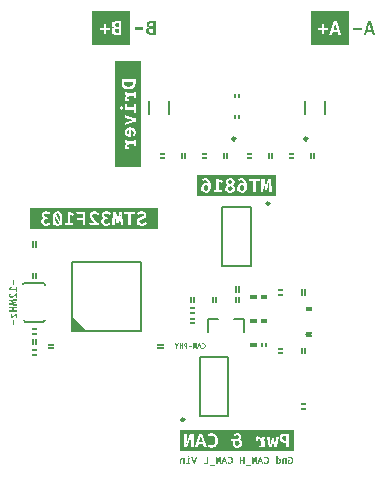
<source format=gbo>
G04*
G04 #@! TF.GenerationSoftware,Altium Limited,Altium Designer,22.0.2 (36)*
G04*
G04 Layer_Color=32896*
%FSLAX25Y25*%
%MOIN*%
G70*
G04*
G04 #@! TF.SameCoordinates,A7353FC2-99F2-474C-B2A2-24993EA34B63*
G04*
G04*
G04 #@! TF.FilePolarity,Positive*
G04*
G01*
G75*
%ADD12C,0.00100*%
%ADD13C,0.00787*%
%ADD14C,0.00600*%
%ADD84C,0.00984*%
G36*
X950Y46350D02*
X600Y46350D01*
Y47650D01*
X950Y47650D01*
Y46350D01*
D02*
G37*
G36*
X-600D02*
X-950D01*
Y47650D01*
X-600D01*
Y46350D01*
D02*
G37*
G36*
X950Y39350D02*
X600Y39350D01*
Y40650D01*
X950Y40650D01*
Y39350D01*
D02*
G37*
G36*
X-600D02*
X-950D01*
Y40650D01*
X-600D01*
Y39350D01*
D02*
G37*
G36*
X18650Y27600D02*
X17350D01*
X17350Y27950D01*
X18650D01*
X18650Y27600D01*
D02*
G37*
G36*
X4650D02*
X3350D01*
X3350Y27950D01*
X4650D01*
X4650Y27600D01*
D02*
G37*
G36*
X-10350D02*
X-11650D01*
X-11650Y27950D01*
X-10350D01*
X-10350Y27600D01*
D02*
G37*
G36*
X-24350D02*
X-25650D01*
X-25650Y27950D01*
X-24350D01*
X-24350Y27600D01*
D02*
G37*
G36*
X25650Y26100D02*
X25300D01*
Y27900D01*
X25650D01*
Y26100D01*
D02*
G37*
G36*
X24700D02*
X24350D01*
Y27900D01*
X24700D01*
Y26100D01*
D02*
G37*
G36*
X11650D02*
X11300D01*
Y27900D01*
X11650D01*
Y26100D01*
D02*
G37*
G36*
X10700D02*
X10350D01*
Y27900D01*
X10700D01*
Y26100D01*
D02*
G37*
G36*
X-3350D02*
X-3700D01*
Y27900D01*
X-3350D01*
Y26100D01*
D02*
G37*
G36*
X-4300D02*
X-4650D01*
Y27900D01*
X-4300D01*
Y26100D01*
D02*
G37*
G36*
X-17350D02*
X-17700D01*
Y27900D01*
X-17350D01*
Y26100D01*
D02*
G37*
G36*
X-18300D02*
X-18650D01*
Y27900D01*
X-18300D01*
Y26100D01*
D02*
G37*
G36*
X18650Y26050D02*
X17350D01*
Y26400D01*
X18650D01*
Y26050D01*
D02*
G37*
G36*
X4650D02*
X3350D01*
Y26400D01*
X4650D01*
Y26050D01*
D02*
G37*
G36*
X-10350D02*
X-11650D01*
Y26400D01*
X-10350D01*
Y26050D01*
D02*
G37*
G36*
X-24350D02*
X-25650D01*
Y26400D01*
X-24350D01*
Y26050D01*
D02*
G37*
G36*
X-66850Y-3400D02*
X-67200D01*
Y-1600D01*
X-66850D01*
Y-3400D01*
D02*
G37*
G36*
X-67800D02*
X-68150D01*
Y-1600D01*
X-67800D01*
Y-3400D01*
D02*
G37*
G36*
X-66850Y-13900D02*
X-67200D01*
Y-12100D01*
X-66850D01*
Y-13900D01*
D02*
G37*
G36*
X-67800D02*
X-68150D01*
Y-12100D01*
X-67800D01*
Y-13900D01*
D02*
G37*
G36*
X15150Y-17900D02*
X13850D01*
Y-17550D01*
X15150D01*
Y-17900D01*
D02*
G37*
G36*
X650Y-18400D02*
X300D01*
Y-16600D01*
X650D01*
Y-18400D01*
D02*
G37*
G36*
X-300D02*
X-650D01*
Y-16600D01*
X-300D01*
Y-18400D01*
D02*
G37*
G36*
X22650Y-19400D02*
X22300D01*
Y-17600D01*
X22650D01*
Y-19400D01*
D02*
G37*
G36*
X21700D02*
X21350D01*
Y-17600D01*
X21700D01*
Y-19400D01*
D02*
G37*
G36*
X15150Y-19450D02*
X13850D01*
X13850Y-19100D01*
X15150D01*
X15150Y-19450D01*
D02*
G37*
G36*
X9900Y-19700D02*
X8100D01*
Y-19350D01*
X9900D01*
Y-19700D01*
D02*
G37*
G36*
X6400D02*
X4600D01*
Y-19350D01*
X6400D01*
Y-19700D01*
D02*
G37*
G36*
X9900Y-20650D02*
X8100D01*
Y-20300D01*
X9900D01*
Y-20650D01*
D02*
G37*
G36*
X6400D02*
X4600D01*
Y-20300D01*
X6400D01*
Y-20650D01*
D02*
G37*
G36*
X650Y-21900D02*
X300D01*
Y-20100D01*
X650D01*
Y-21900D01*
D02*
G37*
G36*
X-300D02*
X-650D01*
Y-20100D01*
X-300D01*
Y-21900D01*
D02*
G37*
G36*
X-6850D02*
X-7200D01*
Y-20100D01*
X-6850D01*
Y-21900D01*
D02*
G37*
G36*
X-7800D02*
X-8150D01*
Y-20100D01*
X-7800D01*
Y-21900D01*
D02*
G37*
G36*
X-14350D02*
X-14700D01*
Y-20100D01*
X-14350D01*
Y-21900D01*
D02*
G37*
G36*
X-15300D02*
X-15650D01*
Y-20100D01*
X-15300D01*
Y-21900D01*
D02*
G37*
G36*
X24900Y-23700D02*
X23100D01*
Y-23350D01*
X24900D01*
Y-23700D01*
D02*
G37*
G36*
X-14350Y-23900D02*
X-15650D01*
X-15650Y-23550D01*
X-14350D01*
X-14350Y-23900D01*
D02*
G37*
G36*
X24900Y-24650D02*
X23100D01*
Y-24300D01*
X24900D01*
Y-24650D01*
D02*
G37*
G36*
X-14350Y-25450D02*
X-15650D01*
Y-25100D01*
X-14350D01*
Y-25450D01*
D02*
G37*
G36*
Y-27400D02*
X-15650D01*
Y-27050D01*
X-14350D01*
Y-27400D01*
D02*
G37*
G36*
X9900Y-27700D02*
X8100D01*
Y-27350D01*
X9900D01*
Y-27700D01*
D02*
G37*
G36*
X6400D02*
X4600D01*
Y-27350D01*
X6400D01*
Y-27700D01*
D02*
G37*
G36*
X9900Y-28650D02*
X8100D01*
Y-28300D01*
X9900D01*
Y-28650D01*
D02*
G37*
G36*
X6400D02*
X4600D01*
Y-28300D01*
X6400D01*
Y-28650D01*
D02*
G37*
G36*
X-14350Y-28950D02*
X-15650D01*
X-15650Y-28600D01*
X-14350D01*
X-14350Y-28950D01*
D02*
G37*
G36*
X-66850Y-30900D02*
X-68150D01*
Y-30550D01*
X-66850D01*
Y-30900D01*
D02*
G37*
G36*
X-50000Y-31500D02*
X-55000D01*
Y-26500D01*
X-50000Y-31500D01*
D02*
G37*
G36*
X24900Y-32200D02*
X23100D01*
Y-31850D01*
X24900D01*
Y-32200D01*
D02*
G37*
G36*
X-66850Y-32450D02*
X-68150D01*
X-68150Y-32100D01*
X-66850D01*
X-66850Y-32450D01*
D02*
G37*
G36*
X24900Y-33150D02*
X23100D01*
Y-32800D01*
X24900D01*
Y-33150D01*
D02*
G37*
G36*
X6400Y-35700D02*
X4600D01*
Y-35350D01*
X6400D01*
Y-35700D01*
D02*
G37*
G36*
X-66850Y-35900D02*
X-67200D01*
Y-34100D01*
X-66850D01*
Y-35900D01*
D02*
G37*
G36*
X-67800D02*
X-68150D01*
Y-34100D01*
X-67800D01*
Y-35900D01*
D02*
G37*
G36*
X-24600Y-36200D02*
X-26400D01*
Y-35850D01*
X-24600D01*
Y-36200D01*
D02*
G37*
G36*
X-61100D02*
X-62900D01*
Y-35850D01*
X-61100D01*
Y-36200D01*
D02*
G37*
G36*
X9950Y-36650D02*
X9600D01*
Y-35350D01*
X9950D01*
Y-36650D01*
D02*
G37*
G36*
X8400Y-35350D02*
Y-36650D01*
X8050Y-36650D01*
Y-35350D01*
X8400Y-35350D01*
D02*
G37*
G36*
X6400Y-36650D02*
X4600D01*
Y-36300D01*
X6400D01*
Y-36650D01*
D02*
G37*
G36*
X-24600Y-37150D02*
X-26400D01*
Y-36800D01*
X-24600D01*
Y-37150D01*
D02*
G37*
G36*
X-61100D02*
X-62900D01*
Y-36800D01*
X-61100D01*
Y-37150D01*
D02*
G37*
G36*
X15150Y-37400D02*
X13850D01*
Y-37050D01*
X15150D01*
Y-37400D01*
D02*
G37*
G36*
X-66850Y-37900D02*
X-68150D01*
Y-37550D01*
X-66850D01*
Y-37900D01*
D02*
G37*
G36*
X22650Y-38900D02*
X22300D01*
Y-37100D01*
X22650D01*
Y-38900D01*
D02*
G37*
G36*
X21700D02*
X21350D01*
Y-37100D01*
X21700D01*
Y-38900D01*
D02*
G37*
G36*
X15150Y-38950D02*
X13850D01*
X13850Y-38600D01*
X15150D01*
X15150Y-38950D01*
D02*
G37*
G36*
X-66850Y-39450D02*
X-68150D01*
X-68150Y-39100D01*
X-66850D01*
X-66850Y-39450D01*
D02*
G37*
G36*
X22650Y-55900D02*
X21350D01*
X21350Y-55550D01*
X22650D01*
X22650Y-55900D01*
D02*
G37*
G36*
X22650Y-57450D02*
X21350D01*
Y-57100D01*
X22650D01*
Y-57450D01*
D02*
G37*
G36*
X-32000Y23000D02*
X-40586D01*
Y58500D01*
X-32000D01*
Y23000D01*
D02*
G37*
G36*
X41673Y68923D02*
X38854D01*
Y69655D01*
X41673D01*
Y68923D01*
D02*
G37*
G36*
X46239Y67184D02*
X45351D01*
X45033Y68264D01*
X43530D01*
X43212Y67184D01*
X42295D01*
X43745Y71816D01*
X44788D01*
X46239Y67184D01*
D02*
G37*
G36*
X-17859Y-37368D02*
X-18194D01*
Y-36601D01*
X-18695D01*
Y-37368D01*
X-19030D01*
Y-35634D01*
X-18695D01*
Y-36321D01*
X-18194D01*
Y-35634D01*
X-17859D01*
Y-37368D01*
D02*
G37*
G36*
X-19775Y-36709D02*
Y-37368D01*
X-20111D01*
Y-36706D01*
X-20676Y-35634D01*
X-20335D01*
X-19947Y-36432D01*
X-19565Y-35634D01*
X-19210D01*
X-19775Y-36709D01*
D02*
G37*
G36*
X-14920Y-36717D02*
X-15975D01*
Y-36443D01*
X-14920D01*
Y-36717D01*
D02*
G37*
G36*
X-13363Y-37368D02*
X-13665D01*
Y-36579D01*
X-13662Y-36474D01*
X-13659Y-36366D01*
X-13654Y-36258D01*
X-13648Y-36205D01*
X-13645Y-36155D01*
X-13643Y-36111D01*
X-13637Y-36066D01*
X-13634Y-36031D01*
X-13632Y-35997D01*
X-13629Y-35969D01*
Y-35950D01*
X-13626Y-35939D01*
Y-35934D01*
X-14122Y-37368D01*
X-14535D01*
Y-35634D01*
X-14233D01*
Y-36424D01*
Y-36496D01*
X-14235Y-36562D01*
Y-36621D01*
X-14238Y-36673D01*
X-14241Y-36715D01*
Y-36731D01*
Y-36745D01*
X-14244Y-36759D01*
Y-36767D01*
Y-36770D01*
Y-36773D01*
X-14249Y-36828D01*
X-14252Y-36881D01*
X-14258Y-36931D01*
X-14263Y-36975D01*
X-14266Y-37014D01*
X-14269Y-37044D01*
Y-37055D01*
X-14272Y-37064D01*
Y-37067D01*
Y-37069D01*
X-13776Y-35634D01*
X-13363D01*
Y-37368D01*
D02*
G37*
G36*
X-11017Y-35607D02*
X-10942Y-35618D01*
X-10875Y-35634D01*
X-10817Y-35654D01*
X-10792Y-35665D01*
X-10768Y-35676D01*
X-10748Y-35684D01*
X-10731Y-35693D01*
X-10718Y-35698D01*
X-10709Y-35704D01*
X-10704Y-35709D01*
X-10701D01*
X-10637Y-35754D01*
X-10582Y-35801D01*
X-10535Y-35853D01*
X-10496Y-35903D01*
X-10463Y-35947D01*
X-10452Y-35967D01*
X-10441Y-35983D01*
X-10432Y-35997D01*
X-10427Y-36008D01*
X-10421Y-36014D01*
Y-36017D01*
X-10388Y-36094D01*
X-10363Y-36177D01*
X-10344Y-36258D01*
X-10333Y-36332D01*
X-10327Y-36368D01*
X-10324Y-36399D01*
X-10322Y-36427D01*
Y-36452D01*
X-10319Y-36471D01*
Y-36485D01*
Y-36496D01*
Y-36499D01*
X-10324Y-36601D01*
X-10335Y-36695D01*
X-10341Y-36740D01*
X-10349Y-36778D01*
X-10360Y-36817D01*
X-10369Y-36850D01*
X-10377Y-36881D01*
X-10388Y-36909D01*
X-10396Y-36933D01*
X-10402Y-36953D01*
X-10410Y-36967D01*
X-10413Y-36981D01*
X-10418Y-36986D01*
Y-36989D01*
X-10460Y-37061D01*
X-10504Y-37122D01*
X-10549Y-37174D01*
X-10596Y-37219D01*
X-10634Y-37252D01*
X-10665Y-37277D01*
X-10679Y-37285D01*
X-10687Y-37291D01*
X-10693Y-37296D01*
X-10695D01*
X-10765Y-37330D01*
X-10834Y-37354D01*
X-10900Y-37374D01*
X-10964Y-37385D01*
X-10992Y-37391D01*
X-11017Y-37393D01*
X-11039Y-37396D01*
X-11058D01*
X-11075Y-37399D01*
X-11097D01*
X-11158Y-37396D01*
X-11216Y-37391D01*
X-11272Y-37380D01*
X-11324Y-37366D01*
X-11374Y-37349D01*
X-11418Y-37330D01*
X-11463Y-37310D01*
X-11499Y-37288D01*
X-11535Y-37269D01*
X-11565Y-37249D01*
X-11590Y-37230D01*
X-11612Y-37213D01*
X-11629Y-37199D01*
X-11640Y-37188D01*
X-11648Y-37183D01*
X-11651Y-37180D01*
X-11493Y-36978D01*
X-11457Y-37003D01*
X-11421Y-37028D01*
X-11391Y-37044D01*
X-11363Y-37061D01*
X-11338Y-37072D01*
X-11321Y-37083D01*
X-11310Y-37086D01*
X-11308Y-37089D01*
X-11274Y-37100D01*
X-11241Y-37108D01*
X-11208Y-37116D01*
X-11177Y-37119D01*
X-11150Y-37122D01*
X-11128Y-37125D01*
X-11108D01*
X-11072Y-37122D01*
X-11036Y-37119D01*
X-10975Y-37102D01*
X-10920Y-37078D01*
X-10873Y-37050D01*
X-10837Y-37022D01*
X-10809Y-36997D01*
X-10792Y-36981D01*
X-10790Y-36978D01*
X-10787Y-36975D01*
X-10765Y-36945D01*
X-10748Y-36911D01*
X-10718Y-36836D01*
X-10695Y-36759D01*
X-10682Y-36681D01*
X-10676Y-36643D01*
X-10671Y-36609D01*
X-10668Y-36579D01*
Y-36551D01*
X-10665Y-36529D01*
Y-36513D01*
Y-36501D01*
Y-36499D01*
X-10668Y-36438D01*
X-10671Y-36382D01*
X-10676Y-36332D01*
X-10684Y-36285D01*
X-10693Y-36241D01*
X-10704Y-36202D01*
X-10715Y-36166D01*
X-10726Y-36136D01*
X-10737Y-36108D01*
X-10748Y-36083D01*
X-10759Y-36064D01*
X-10768Y-36047D01*
X-10776Y-36036D01*
X-10781Y-36028D01*
X-10787Y-36022D01*
Y-36019D01*
X-10812Y-35992D01*
X-10837Y-35969D01*
X-10862Y-35950D01*
X-10889Y-35934D01*
X-10942Y-35906D01*
X-10992Y-35889D01*
X-11039Y-35878D01*
X-11056Y-35875D01*
X-11072Y-35873D01*
X-11086Y-35870D01*
X-11139D01*
X-11175Y-35875D01*
X-11238Y-35889D01*
X-11299Y-35909D01*
X-11352Y-35931D01*
X-11396Y-35956D01*
X-11413Y-35967D01*
X-11429Y-35975D01*
X-11441Y-35983D01*
X-11449Y-35989D01*
X-11454Y-35992D01*
X-11457Y-35994D01*
X-11626Y-35792D01*
X-11582Y-35756D01*
X-11537Y-35726D01*
X-11499Y-35698D01*
X-11460Y-35679D01*
X-11429Y-35665D01*
X-11407Y-35654D01*
X-11391Y-35648D01*
X-11388Y-35645D01*
X-11385D01*
X-11338Y-35632D01*
X-11288Y-35620D01*
X-11238Y-35612D01*
X-11194Y-35607D01*
X-11155Y-35604D01*
X-11122Y-35601D01*
X-11094D01*
X-11017Y-35607D01*
D02*
G37*
G36*
X-11712Y-37368D02*
X-12044D01*
X-12163Y-36964D01*
X-12726D01*
X-12845Y-37368D01*
X-13188D01*
X-12645Y-35634D01*
X-12255D01*
X-11712Y-37368D01*
D02*
G37*
G36*
X-16421D02*
X-16753D01*
Y-36767D01*
X-16933D01*
X-16992Y-36764D01*
X-17044Y-36762D01*
X-17097Y-36753D01*
X-17144Y-36745D01*
X-17188Y-36734D01*
X-17230Y-36723D01*
X-17266Y-36709D01*
X-17299Y-36695D01*
X-17330Y-36684D01*
X-17357Y-36670D01*
X-17379Y-36659D01*
X-17399Y-36648D01*
X-17413Y-36640D01*
X-17424Y-36632D01*
X-17429Y-36629D01*
X-17432Y-36626D01*
X-17465Y-36598D01*
X-17493Y-36568D01*
X-17518Y-36532D01*
X-17540Y-36499D01*
X-17557Y-36463D01*
X-17573Y-36427D01*
X-17595Y-36355D01*
X-17601Y-36321D01*
X-17607Y-36291D01*
X-17612Y-36260D01*
X-17615Y-36235D01*
X-17618Y-36216D01*
Y-36202D01*
Y-36191D01*
Y-36188D01*
X-17615Y-36138D01*
X-17609Y-36091D01*
X-17601Y-36047D01*
X-17590Y-36008D01*
X-17573Y-35972D01*
X-17560Y-35936D01*
X-17543Y-35906D01*
X-17526Y-35878D01*
X-17507Y-35856D01*
X-17490Y-35834D01*
X-17476Y-35817D01*
X-17462Y-35801D01*
X-17449Y-35789D01*
X-17440Y-35781D01*
X-17435Y-35778D01*
X-17432Y-35776D01*
X-17396Y-35751D01*
X-17357Y-35729D01*
X-17316Y-35709D01*
X-17274Y-35693D01*
X-17188Y-35668D01*
X-17105Y-35651D01*
X-17066Y-35645D01*
X-17030Y-35643D01*
X-16997Y-35640D01*
X-16970Y-35637D01*
X-16947Y-35634D01*
X-16421D01*
Y-37368D01*
D02*
G37*
G36*
X19000Y-71500D02*
X-19000D01*
Y-64500D01*
X19000D01*
Y-71500D01*
D02*
G37*
G36*
X-26087Y2500D02*
X-68913D01*
Y9500D01*
X-26087D01*
Y2500D01*
D02*
G37*
G36*
X37375Y63700D02*
X24625D01*
Y75200D01*
X37375D01*
Y63700D01*
D02*
G37*
G36*
X-16051Y-73157D02*
X-16010Y-73164D01*
X-15977Y-73175D01*
X-15951Y-73190D01*
X-15925Y-73205D01*
X-15910Y-73216D01*
X-15899Y-73223D01*
X-15895Y-73227D01*
X-15869Y-73257D01*
X-15851Y-73286D01*
X-15840Y-73320D01*
X-15832Y-73346D01*
X-15825Y-73371D01*
X-15821Y-73394D01*
Y-73408D01*
Y-73412D01*
X-15825Y-73453D01*
X-15832Y-73490D01*
X-15843Y-73523D01*
X-15858Y-73549D01*
X-15873Y-73571D01*
X-15884Y-73586D01*
X-15891Y-73597D01*
X-15895Y-73601D01*
X-15925Y-73627D01*
X-15958Y-73645D01*
X-15991Y-73656D01*
X-16021Y-73664D01*
X-16051Y-73671D01*
X-16073Y-73675D01*
X-16091D01*
X-16132Y-73671D01*
X-16173Y-73664D01*
X-16206Y-73653D01*
X-16236Y-73638D01*
X-16258Y-73623D01*
X-16273Y-73612D01*
X-16284Y-73605D01*
X-16287Y-73601D01*
X-16313Y-73571D01*
X-16332Y-73538D01*
X-16347Y-73508D01*
X-16354Y-73479D01*
X-16361Y-73453D01*
X-16365Y-73431D01*
Y-73416D01*
Y-73412D01*
X-16361Y-73375D01*
X-16354Y-73338D01*
X-16339Y-73308D01*
X-16328Y-73283D01*
X-16313Y-73260D01*
X-16298Y-73246D01*
X-16291Y-73234D01*
X-16287Y-73231D01*
X-16258Y-73205D01*
X-16225Y-73186D01*
X-16191Y-73172D01*
X-16162Y-73164D01*
X-16136Y-73157D01*
X-16114Y-73153D01*
X-16091D01*
X-16051Y-73157D01*
D02*
G37*
G36*
X2705Y-75784D02*
X2257D01*
Y-74759D01*
X1587D01*
Y-75784D01*
X1140D01*
Y-73468D01*
X1587D01*
Y-74385D01*
X2257D01*
Y-73468D01*
X2705D01*
Y-75784D01*
D02*
G37*
G36*
X-13853Y-75784D02*
X-14330D01*
X-15055Y-73468D01*
X-14611D01*
X-14097Y-75358D01*
X-13590Y-73468D01*
X-13128D01*
X-13853Y-75784D01*
D02*
G37*
G36*
X6708Y-75784D02*
X6305D01*
Y-74729D01*
X6308Y-74589D01*
X6312Y-74444D01*
X6320Y-74300D01*
X6327Y-74230D01*
X6331Y-74163D01*
X6334Y-74104D01*
X6342Y-74045D01*
X6346Y-73997D01*
X6349Y-73952D01*
X6353Y-73915D01*
Y-73889D01*
X6357Y-73875D01*
Y-73867D01*
X5694Y-75784D01*
X5143D01*
Y-73468D01*
X5546D01*
Y-74522D01*
Y-74618D01*
X5543Y-74707D01*
Y-74785D01*
X5539Y-74855D01*
X5535Y-74911D01*
Y-74933D01*
Y-74951D01*
X5531Y-74970D01*
Y-74981D01*
Y-74985D01*
Y-74988D01*
X5524Y-75062D01*
X5520Y-75133D01*
X5513Y-75199D01*
X5506Y-75258D01*
X5502Y-75310D01*
X5498Y-75351D01*
Y-75366D01*
X5494Y-75377D01*
Y-75380D01*
Y-75384D01*
X6157Y-73468D01*
X6708D01*
Y-75784D01*
D02*
G37*
G36*
X-5302D02*
X-5705D01*
Y-74729D01*
X-5702Y-74589D01*
X-5698Y-74444D01*
X-5691Y-74300D01*
X-5683Y-74230D01*
X-5680Y-74163D01*
X-5676Y-74104D01*
X-5668Y-74045D01*
X-5665Y-73997D01*
X-5661Y-73952D01*
X-5657Y-73915D01*
Y-73889D01*
X-5654Y-73875D01*
Y-73867D01*
X-6316Y-75784D01*
X-6867D01*
Y-73468D01*
X-6464D01*
Y-74522D01*
Y-74618D01*
X-6468Y-74707D01*
Y-74785D01*
X-6471Y-74855D01*
X-6475Y-74911D01*
Y-74933D01*
Y-74951D01*
X-6479Y-74970D01*
Y-74981D01*
Y-74985D01*
Y-74988D01*
X-6486Y-75062D01*
X-6490Y-75133D01*
X-6497Y-75199D01*
X-6505Y-75258D01*
X-6508Y-75310D01*
X-6512Y-75351D01*
Y-75366D01*
X-6516Y-75377D01*
Y-75380D01*
Y-75384D01*
X-5853Y-73468D01*
X-5302D01*
Y-75784D01*
D02*
G37*
G36*
X9842Y-73431D02*
X9942Y-73445D01*
X10031Y-73468D01*
X10108Y-73493D01*
X10142Y-73508D01*
X10175Y-73523D01*
X10201Y-73534D01*
X10223Y-73545D01*
X10242Y-73553D01*
X10253Y-73560D01*
X10260Y-73567D01*
X10264D01*
X10349Y-73627D01*
X10423Y-73690D01*
X10486Y-73760D01*
X10538Y-73826D01*
X10582Y-73886D01*
X10597Y-73912D01*
X10612Y-73934D01*
X10623Y-73952D01*
X10630Y-73967D01*
X10638Y-73975D01*
Y-73978D01*
X10682Y-74082D01*
X10715Y-74193D01*
X10741Y-74300D01*
X10756Y-74400D01*
X10763Y-74448D01*
X10767Y-74489D01*
X10771Y-74526D01*
Y-74559D01*
X10774Y-74585D01*
Y-74603D01*
Y-74618D01*
Y-74622D01*
X10767Y-74759D01*
X10752Y-74885D01*
X10745Y-74944D01*
X10734Y-74996D01*
X10719Y-75047D01*
X10708Y-75092D01*
X10697Y-75133D01*
X10682Y-75170D01*
X10671Y-75203D01*
X10663Y-75229D01*
X10652Y-75247D01*
X10649Y-75266D01*
X10641Y-75273D01*
Y-75277D01*
X10586Y-75373D01*
X10526Y-75454D01*
X10467Y-75525D01*
X10404Y-75584D01*
X10353Y-75628D01*
X10312Y-75662D01*
X10293Y-75673D01*
X10282Y-75680D01*
X10275Y-75688D01*
X10271D01*
X10179Y-75732D01*
X10086Y-75765D01*
X9997Y-75791D01*
X9912Y-75806D01*
X9875Y-75813D01*
X9842Y-75817D01*
X9812Y-75821D01*
X9787D01*
X9764Y-75824D01*
X9735D01*
X9653Y-75821D01*
X9576Y-75813D01*
X9502Y-75799D01*
X9431Y-75780D01*
X9365Y-75758D01*
X9306Y-75732D01*
X9246Y-75706D01*
X9198Y-75677D01*
X9150Y-75651D01*
X9109Y-75625D01*
X9076Y-75599D01*
X9047Y-75577D01*
X9024Y-75558D01*
X9009Y-75543D01*
X8998Y-75536D01*
X8995Y-75532D01*
X9206Y-75262D01*
X9254Y-75295D01*
X9302Y-75329D01*
X9342Y-75351D01*
X9380Y-75373D01*
X9413Y-75388D01*
X9435Y-75403D01*
X9450Y-75406D01*
X9454Y-75410D01*
X9498Y-75425D01*
X9542Y-75436D01*
X9587Y-75447D01*
X9627Y-75451D01*
X9664Y-75454D01*
X9694Y-75458D01*
X9720D01*
X9768Y-75454D01*
X9816Y-75451D01*
X9898Y-75429D01*
X9972Y-75395D01*
X10034Y-75358D01*
X10082Y-75321D01*
X10120Y-75288D01*
X10142Y-75266D01*
X10145Y-75262D01*
X10149Y-75258D01*
X10179Y-75218D01*
X10201Y-75173D01*
X10242Y-75073D01*
X10271Y-74970D01*
X10290Y-74866D01*
X10297Y-74814D01*
X10305Y-74770D01*
X10308Y-74729D01*
Y-74692D01*
X10312Y-74663D01*
Y-74641D01*
Y-74626D01*
Y-74622D01*
X10308Y-74541D01*
X10305Y-74467D01*
X10297Y-74400D01*
X10286Y-74337D01*
X10275Y-74278D01*
X10260Y-74226D01*
X10245Y-74178D01*
X10231Y-74137D01*
X10216Y-74100D01*
X10201Y-74067D01*
X10186Y-74041D01*
X10175Y-74019D01*
X10164Y-74004D01*
X10157Y-73993D01*
X10149Y-73986D01*
Y-73982D01*
X10116Y-73945D01*
X10082Y-73915D01*
X10049Y-73889D01*
X10012Y-73867D01*
X9942Y-73830D01*
X9875Y-73808D01*
X9812Y-73793D01*
X9790Y-73790D01*
X9768Y-73786D01*
X9749Y-73782D01*
X9679D01*
X9631Y-73790D01*
X9546Y-73808D01*
X9465Y-73834D01*
X9394Y-73864D01*
X9335Y-73897D01*
X9313Y-73912D01*
X9291Y-73923D01*
X9276Y-73934D01*
X9265Y-73941D01*
X9257Y-73945D01*
X9254Y-73949D01*
X9028Y-73678D01*
X9087Y-73630D01*
X9146Y-73590D01*
X9198Y-73553D01*
X9250Y-73527D01*
X9291Y-73508D01*
X9320Y-73493D01*
X9342Y-73486D01*
X9346Y-73482D01*
X9350D01*
X9413Y-73464D01*
X9479Y-73449D01*
X9546Y-73438D01*
X9605Y-73431D01*
X9657Y-73427D01*
X9701Y-73423D01*
X9738D01*
X9842Y-73431D01*
D02*
G37*
G36*
X-2168D02*
X-2068Y-73445D01*
X-1980Y-73468D01*
X-1902Y-73493D01*
X-1869Y-73508D01*
X-1835Y-73523D01*
X-1809Y-73534D01*
X-1787Y-73545D01*
X-1769Y-73553D01*
X-1757Y-73560D01*
X-1750Y-73567D01*
X-1746D01*
X-1661Y-73627D01*
X-1587Y-73690D01*
X-1524Y-73760D01*
X-1473Y-73826D01*
X-1428Y-73886D01*
X-1413Y-73912D01*
X-1399Y-73934D01*
X-1388Y-73952D01*
X-1380Y-73967D01*
X-1373Y-73975D01*
Y-73978D01*
X-1328Y-74082D01*
X-1295Y-74193D01*
X-1269Y-74300D01*
X-1254Y-74400D01*
X-1247Y-74448D01*
X-1243Y-74489D01*
X-1240Y-74526D01*
Y-74559D01*
X-1236Y-74585D01*
Y-74603D01*
Y-74618D01*
Y-74622D01*
X-1243Y-74759D01*
X-1258Y-74885D01*
X-1265Y-74944D01*
X-1276Y-74996D01*
X-1291Y-75047D01*
X-1302Y-75092D01*
X-1314Y-75133D01*
X-1328Y-75170D01*
X-1339Y-75203D01*
X-1347Y-75229D01*
X-1358Y-75247D01*
X-1362Y-75266D01*
X-1369Y-75273D01*
Y-75277D01*
X-1424Y-75373D01*
X-1484Y-75454D01*
X-1543Y-75525D01*
X-1606Y-75584D01*
X-1658Y-75628D01*
X-1698Y-75662D01*
X-1717Y-75673D01*
X-1728Y-75680D01*
X-1735Y-75688D01*
X-1739D01*
X-1832Y-75732D01*
X-1924Y-75765D01*
X-2013Y-75791D01*
X-2098Y-75806D01*
X-2135Y-75813D01*
X-2168Y-75817D01*
X-2198Y-75821D01*
X-2224D01*
X-2246Y-75824D01*
X-2276D01*
X-2357Y-75821D01*
X-2435Y-75813D01*
X-2509Y-75799D01*
X-2579Y-75780D01*
X-2646Y-75758D01*
X-2705Y-75732D01*
X-2764Y-75706D01*
X-2812Y-75677D01*
X-2860Y-75651D01*
X-2901Y-75625D01*
X-2934Y-75599D01*
X-2964Y-75577D01*
X-2986Y-75558D01*
X-3001Y-75543D01*
X-3012Y-75536D01*
X-3015Y-75532D01*
X-2805Y-75262D01*
X-2757Y-75295D01*
X-2708Y-75329D01*
X-2668Y-75351D01*
X-2631Y-75373D01*
X-2597Y-75388D01*
X-2575Y-75403D01*
X-2560Y-75406D01*
X-2557Y-75410D01*
X-2512Y-75425D01*
X-2468Y-75436D01*
X-2424Y-75447D01*
X-2383Y-75451D01*
X-2346Y-75454D01*
X-2316Y-75458D01*
X-2290D01*
X-2242Y-75454D01*
X-2194Y-75451D01*
X-2113Y-75429D01*
X-2039Y-75395D01*
X-1976Y-75358D01*
X-1928Y-75321D01*
X-1891Y-75288D01*
X-1869Y-75266D01*
X-1865Y-75262D01*
X-1861Y-75258D01*
X-1832Y-75218D01*
X-1809Y-75173D01*
X-1769Y-75073D01*
X-1739Y-74970D01*
X-1720Y-74866D01*
X-1713Y-74814D01*
X-1706Y-74770D01*
X-1702Y-74729D01*
Y-74692D01*
X-1698Y-74663D01*
Y-74641D01*
Y-74626D01*
Y-74622D01*
X-1702Y-74541D01*
X-1706Y-74467D01*
X-1713Y-74400D01*
X-1724Y-74337D01*
X-1735Y-74278D01*
X-1750Y-74226D01*
X-1765Y-74178D01*
X-1780Y-74137D01*
X-1795Y-74100D01*
X-1809Y-74067D01*
X-1824Y-74041D01*
X-1835Y-74019D01*
X-1846Y-74004D01*
X-1854Y-73993D01*
X-1861Y-73986D01*
Y-73982D01*
X-1894Y-73945D01*
X-1928Y-73915D01*
X-1961Y-73889D01*
X-1998Y-73867D01*
X-2068Y-73830D01*
X-2135Y-73808D01*
X-2198Y-73793D01*
X-2220Y-73790D01*
X-2242Y-73786D01*
X-2261Y-73782D01*
X-2331D01*
X-2379Y-73790D01*
X-2464Y-73808D01*
X-2546Y-73834D01*
X-2616Y-73864D01*
X-2675Y-73897D01*
X-2697Y-73912D01*
X-2719Y-73923D01*
X-2734Y-73934D01*
X-2745Y-73941D01*
X-2753Y-73945D01*
X-2757Y-73949D01*
X-2982Y-73678D01*
X-2923Y-73630D01*
X-2864Y-73590D01*
X-2812Y-73553D01*
X-2760Y-73527D01*
X-2719Y-73508D01*
X-2690Y-73493D01*
X-2668Y-73486D01*
X-2664Y-73482D01*
X-2660D01*
X-2597Y-73464D01*
X-2531Y-73449D01*
X-2464Y-73438D01*
X-2405Y-73431D01*
X-2353Y-73427D01*
X-2309Y-73423D01*
X-2272D01*
X-2168Y-73431D01*
D02*
G37*
G36*
X17915D02*
X18012Y-73445D01*
X18097Y-73468D01*
X18174Y-73493D01*
X18208Y-73508D01*
X18237Y-73519D01*
X18263Y-73531D01*
X18285Y-73542D01*
X18304Y-73549D01*
X18315Y-73556D01*
X18322Y-73564D01*
X18326D01*
X18407Y-73619D01*
X18482Y-73686D01*
X18544Y-73752D01*
X18600Y-73819D01*
X18641Y-73878D01*
X18655Y-73904D01*
X18670Y-73926D01*
X18681Y-73945D01*
X18689Y-73960D01*
X18696Y-73967D01*
Y-73971D01*
X18741Y-74074D01*
X18774Y-74185D01*
X18796Y-74296D01*
X18811Y-74396D01*
X18818Y-74444D01*
X18822Y-74489D01*
X18826Y-74526D01*
Y-74559D01*
X18829Y-74585D01*
Y-74603D01*
Y-74618D01*
Y-74622D01*
X18826Y-74729D01*
X18818Y-74829D01*
X18807Y-74922D01*
X18789Y-75011D01*
X18770Y-75092D01*
X18752Y-75162D01*
X18729Y-75229D01*
X18703Y-75292D01*
X18681Y-75344D01*
X18659Y-75388D01*
X18641Y-75429D01*
X18618Y-75462D01*
X18604Y-75484D01*
X18593Y-75503D01*
X18585Y-75514D01*
X18581Y-75517D01*
X18533Y-75573D01*
X18478Y-75617D01*
X18422Y-75658D01*
X18367Y-75695D01*
X18308Y-75725D01*
X18248Y-75750D01*
X18189Y-75769D01*
X18134Y-75788D01*
X18082Y-75799D01*
X18034Y-75810D01*
X17989Y-75813D01*
X17952Y-75821D01*
X17923D01*
X17897Y-75824D01*
X17878D01*
X17793Y-75821D01*
X17716Y-75817D01*
X17645Y-75810D01*
X17586Y-75799D01*
X17534Y-75788D01*
X17497Y-75780D01*
X17482Y-75776D01*
X17471D01*
X17468Y-75773D01*
X17464D01*
X17394Y-75750D01*
X17327Y-75725D01*
X17264Y-75695D01*
X17205Y-75669D01*
X17157Y-75647D01*
X17120Y-75628D01*
X17105Y-75621D01*
X17094Y-75614D01*
X17090Y-75610D01*
X17087D01*
Y-74467D01*
X17945D01*
X17901Y-74818D01*
X17523D01*
Y-75392D01*
X17579Y-75418D01*
X17634Y-75440D01*
X17690Y-75454D01*
X17741Y-75462D01*
X17790Y-75469D01*
X17827Y-75473D01*
X17860D01*
X17904Y-75469D01*
X17949Y-75466D01*
X18026Y-75443D01*
X18093Y-75410D01*
X18145Y-75373D01*
X18189Y-75340D01*
X18219Y-75306D01*
X18234Y-75284D01*
X18241Y-75281D01*
Y-75277D01*
X18263Y-75236D01*
X18282Y-75192D01*
X18300Y-75144D01*
X18315Y-75092D01*
X18337Y-74985D01*
X18352Y-74877D01*
X18356Y-74826D01*
X18359Y-74777D01*
X18363Y-74733D01*
Y-74696D01*
X18367Y-74666D01*
Y-74641D01*
Y-74626D01*
Y-74622D01*
X18363Y-74541D01*
X18359Y-74467D01*
X18352Y-74400D01*
X18341Y-74337D01*
X18330Y-74278D01*
X18315Y-74226D01*
X18300Y-74178D01*
X18285Y-74137D01*
X18271Y-74100D01*
X18259Y-74067D01*
X18245Y-74041D01*
X18234Y-74019D01*
X18223Y-74004D01*
X18215Y-73993D01*
X18208Y-73986D01*
Y-73982D01*
X18178Y-73945D01*
X18145Y-73915D01*
X18112Y-73889D01*
X18078Y-73867D01*
X18008Y-73830D01*
X17945Y-73808D01*
X17886Y-73793D01*
X17864Y-73790D01*
X17841Y-73786D01*
X17823Y-73782D01*
X17756D01*
X17716Y-73790D01*
X17675Y-73797D01*
X17645Y-73804D01*
X17616Y-73812D01*
X17597Y-73819D01*
X17582Y-73823D01*
X17579Y-73826D01*
X17538Y-73845D01*
X17501Y-73867D01*
X17460Y-73889D01*
X17427Y-73912D01*
X17397Y-73934D01*
X17375Y-73952D01*
X17357Y-73963D01*
X17353Y-73967D01*
X17109Y-73716D01*
X17168Y-73660D01*
X17223Y-73612D01*
X17279Y-73575D01*
X17327Y-73542D01*
X17368Y-73519D01*
X17397Y-73501D01*
X17420Y-73493D01*
X17423Y-73490D01*
X17427D01*
X17490Y-73468D01*
X17553Y-73453D01*
X17619Y-73438D01*
X17679Y-73431D01*
X17730Y-73427D01*
X17775Y-73423D01*
X17812D01*
X17915Y-73431D01*
D02*
G37*
G36*
X15784Y-73956D02*
X15843Y-73963D01*
X15899Y-73975D01*
X15947Y-73989D01*
X15988Y-74004D01*
X16017Y-74015D01*
X16036Y-74023D01*
X16043Y-74026D01*
X16095Y-74056D01*
X16139Y-74089D01*
X16176Y-74119D01*
X16206Y-74148D01*
X16228Y-74178D01*
X16247Y-74200D01*
X16254Y-74215D01*
X16258Y-74219D01*
X16276Y-73997D01*
X16657D01*
Y-75784D01*
X16225D01*
Y-74526D01*
X16169Y-74459D01*
X16143Y-74433D01*
X16117Y-74407D01*
X16095Y-74389D01*
X16077Y-74374D01*
X16065Y-74367D01*
X16062Y-74363D01*
X16025Y-74341D01*
X15988Y-74326D01*
X15951Y-74311D01*
X15921Y-74304D01*
X15895Y-74300D01*
X15873Y-74296D01*
X15821D01*
X15795Y-74300D01*
X15769Y-74308D01*
X15751Y-74311D01*
X15736Y-74319D01*
X15725Y-74326D01*
X15721Y-74330D01*
X15718D01*
X15703Y-74344D01*
X15688Y-74363D01*
X15669Y-74400D01*
X15666Y-74418D01*
X15662Y-74430D01*
X15658Y-74441D01*
Y-74444D01*
X15651Y-74478D01*
X15647Y-74515D01*
X15644Y-74589D01*
X15640Y-74626D01*
Y-74652D01*
Y-74670D01*
Y-74677D01*
Y-75784D01*
X15207D01*
Y-74496D01*
X15214Y-74407D01*
X15229Y-74326D01*
X15248Y-74256D01*
X15274Y-74200D01*
X15300Y-74156D01*
X15318Y-74123D01*
X15333Y-74104D01*
X15340Y-74097D01*
X15392Y-74049D01*
X15455Y-74011D01*
X15518Y-73986D01*
X15581Y-73971D01*
X15636Y-73960D01*
X15658Y-73956D01*
X15681D01*
X15695Y-73952D01*
X15721D01*
X15784Y-73956D01*
D02*
G37*
G36*
X8913Y-75784D02*
X8469D01*
X8310Y-75244D01*
X7559D01*
X7400Y-75784D01*
X6941D01*
X7666Y-73468D01*
X8188D01*
X8913Y-75784D01*
D02*
G37*
G36*
X-3097D02*
X-3541D01*
X-3700Y-75244D01*
X-4451D01*
X-4610Y-75784D01*
X-5069D01*
X-4344Y-73468D01*
X-3822D01*
X-3097Y-75784D01*
D02*
G37*
G36*
X-9465Y-75784D02*
X-10874D01*
X-10922Y-75406D01*
X-9909D01*
Y-73468D01*
X-9465D01*
Y-75784D01*
D02*
G37*
G36*
X-15448Y-74330D02*
X-15947D01*
Y-75454D01*
X-15433D01*
Y-75784D01*
X-16850D01*
Y-75454D01*
X-16376D01*
Y-73997D01*
X-15448D01*
Y-74330D01*
D02*
G37*
G36*
X-18245Y-73956D02*
X-18185Y-73963D01*
X-18130Y-73975D01*
X-18082Y-73989D01*
X-18041Y-74004D01*
X-18012Y-74015D01*
X-17993Y-74023D01*
X-17986Y-74026D01*
X-17934Y-74056D01*
X-17889Y-74089D01*
X-17853Y-74119D01*
X-17823Y-74148D01*
X-17801Y-74178D01*
X-17782Y-74200D01*
X-17775Y-74215D01*
X-17771Y-74219D01*
X-17753Y-73997D01*
X-17371D01*
Y-75784D01*
X-17804D01*
Y-74526D01*
X-17860Y-74459D01*
X-17886Y-74433D01*
X-17912Y-74407D01*
X-17934Y-74389D01*
X-17952Y-74374D01*
X-17964Y-74367D01*
X-17967Y-74363D01*
X-18004Y-74341D01*
X-18041Y-74326D01*
X-18078Y-74311D01*
X-18108Y-74304D01*
X-18134Y-74300D01*
X-18156Y-74296D01*
X-18208D01*
X-18234Y-74300D01*
X-18259Y-74308D01*
X-18278Y-74311D01*
X-18293Y-74319D01*
X-18304Y-74326D01*
X-18308Y-74330D01*
X-18311D01*
X-18326Y-74344D01*
X-18341Y-74363D01*
X-18359Y-74400D01*
X-18363Y-74418D01*
X-18367Y-74430D01*
X-18371Y-74441D01*
Y-74444D01*
X-18378Y-74478D01*
X-18382Y-74515D01*
X-18385Y-74589D01*
X-18389Y-74626D01*
Y-74652D01*
Y-74670D01*
Y-74677D01*
Y-75784D01*
X-18822D01*
Y-74496D01*
X-18814Y-74407D01*
X-18800Y-74326D01*
X-18781Y-74256D01*
X-18755Y-74200D01*
X-18729Y-74156D01*
X-18711Y-74123D01*
X-18696Y-74104D01*
X-18689Y-74097D01*
X-18637Y-74049D01*
X-18574Y-74011D01*
X-18511Y-73986D01*
X-18448Y-73971D01*
X-18393Y-73960D01*
X-18371Y-73956D01*
X-18348D01*
X-18334Y-73952D01*
X-18308D01*
X-18245Y-73956D01*
D02*
G37*
G36*
X13642Y-74137D02*
X13668Y-74104D01*
X13694Y-74074D01*
X13723Y-74052D01*
X13757Y-74030D01*
X13823Y-73997D01*
X13890Y-73975D01*
X13949Y-73963D01*
X13975Y-73956D01*
X14001D01*
X14019Y-73952D01*
X14045D01*
X14123Y-73956D01*
X14197Y-73971D01*
X14260Y-73989D01*
X14319Y-74011D01*
X14363Y-74037D01*
X14397Y-74056D01*
X14419Y-74071D01*
X14423Y-74074D01*
X14426D01*
X14482Y-74123D01*
X14534Y-74178D01*
X14578Y-74234D01*
X14611Y-74285D01*
X14637Y-74333D01*
X14659Y-74374D01*
X14667Y-74385D01*
X14671Y-74396D01*
X14674Y-74404D01*
Y-74407D01*
X14704Y-74489D01*
X14722Y-74570D01*
X14737Y-74652D01*
X14748Y-74726D01*
X14756Y-74792D01*
Y-74818D01*
X14759Y-74844D01*
Y-74862D01*
Y-74877D01*
Y-74885D01*
Y-74888D01*
X14756Y-74966D01*
X14752Y-75044D01*
X14744Y-75110D01*
X14733Y-75177D01*
X14719Y-75240D01*
X14704Y-75295D01*
X14689Y-75347D01*
X14674Y-75392D01*
X14659Y-75436D01*
X14645Y-75469D01*
X14630Y-75503D01*
X14615Y-75529D01*
X14604Y-75547D01*
X14596Y-75562D01*
X14589Y-75569D01*
Y-75573D01*
X14556Y-75617D01*
X14519Y-75654D01*
X14478Y-75688D01*
X14437Y-75717D01*
X14393Y-75743D01*
X14352Y-75762D01*
X14267Y-75791D01*
X14193Y-75810D01*
X14160Y-75817D01*
X14130Y-75821D01*
X14108Y-75824D01*
X14075D01*
X14019Y-75821D01*
X13964Y-75813D01*
X13916Y-75802D01*
X13875Y-75791D01*
X13838Y-75780D01*
X13812Y-75769D01*
X13797Y-75762D01*
X13790Y-75758D01*
X13746Y-75732D01*
X13705Y-75702D01*
X13675Y-75669D01*
X13653Y-75639D01*
X13634Y-75614D01*
X13623Y-75591D01*
X13620Y-75577D01*
X13616Y-75573D01*
X13598Y-75784D01*
X13209D01*
Y-73308D01*
X13642Y-73260D01*
Y-74137D01*
D02*
G37*
G36*
X4773Y-76380D02*
X3075D01*
Y-76017D01*
X4773D01*
Y-76380D01*
D02*
G37*
G36*
X-7237D02*
X-8935Y-76380D01*
Y-76017D01*
X-7237Y-76017D01*
Y-76380D01*
D02*
G37*
G36*
X-74151Y-16041D02*
X-74562D01*
Y-14456D01*
X-74151D01*
Y-16041D01*
D02*
G37*
G36*
X-74941Y-16856D02*
X-75282Y-17393D01*
X-73564D01*
Y-16773D01*
X-73173D01*
Y-18379D01*
X-73564D01*
Y-17875D01*
X-75777D01*
Y-17459D01*
X-75274Y-16657D01*
X-74941Y-16856D01*
D02*
G37*
G36*
X-75161Y-19107D02*
X-75216Y-19157D01*
X-75257Y-19202D01*
X-75295Y-19244D01*
X-75324Y-19282D01*
X-75345Y-19311D01*
X-75357Y-19331D01*
X-75365Y-19348D01*
X-75369Y-19352D01*
X-75390Y-19394D01*
X-75403Y-19440D01*
X-75415Y-19485D01*
X-75419Y-19527D01*
X-75424Y-19564D01*
X-75428Y-19593D01*
Y-19618D01*
X-75424Y-19681D01*
X-75411Y-19735D01*
X-75394Y-19781D01*
X-75378Y-19822D01*
X-75361Y-19851D01*
X-75345Y-19876D01*
X-75332Y-19889D01*
X-75328Y-19893D01*
X-75286Y-19926D01*
X-75245Y-19951D01*
X-75199Y-19968D01*
X-75153Y-19980D01*
X-75116Y-19989D01*
X-75082Y-19993D01*
X-75062D01*
X-75053D01*
X-74987Y-19989D01*
X-74920Y-19976D01*
X-74858Y-19964D01*
X-74804Y-19947D01*
X-74758Y-19926D01*
X-74721Y-19914D01*
X-74700Y-19901D01*
X-74695Y-19897D01*
X-74691D01*
X-74625Y-19855D01*
X-74550Y-19810D01*
X-74479Y-19756D01*
X-74409Y-19702D01*
X-74350Y-19652D01*
X-74300Y-19610D01*
X-74284Y-19593D01*
X-74271Y-19581D01*
X-74263Y-19577D01*
X-74259Y-19573D01*
X-74209Y-19527D01*
X-74155Y-19477D01*
X-74038Y-19361D01*
X-73918Y-19244D01*
X-73801Y-19128D01*
X-73747Y-19069D01*
X-73697Y-19019D01*
X-73651Y-18974D01*
X-73614Y-18932D01*
X-73581Y-18899D01*
X-73556Y-18874D01*
X-73539Y-18857D01*
X-73535Y-18853D01*
X-73173D01*
Y-20496D01*
X-73572Y-20546D01*
Y-19398D01*
X-73631Y-19473D01*
X-73689Y-19544D01*
X-73743Y-19610D01*
X-73797Y-19672D01*
X-73847Y-19731D01*
X-73897Y-19785D01*
X-73943Y-19831D01*
X-73980Y-19876D01*
X-74017Y-19914D01*
X-74051Y-19947D01*
X-74080Y-19976D01*
X-74105Y-20001D01*
X-74126Y-20018D01*
X-74138Y-20030D01*
X-74146Y-20039D01*
X-74151Y-20043D01*
X-74246Y-20126D01*
X-74338Y-20192D01*
X-74417Y-20251D01*
X-74488Y-20301D01*
X-74546Y-20334D01*
X-74591Y-20359D01*
X-74608Y-20367D01*
X-74621Y-20376D01*
X-74625Y-20380D01*
X-74629D01*
X-74712Y-20417D01*
X-74791Y-20442D01*
X-74866Y-20463D01*
X-74937Y-20475D01*
X-74995Y-20484D01*
X-75037Y-20488D01*
X-75057D01*
X-75070D01*
X-75074D01*
X-75078D01*
X-75153Y-20484D01*
X-75224Y-20471D01*
X-75290Y-20455D01*
X-75345Y-20438D01*
X-75390Y-20421D01*
X-75428Y-20405D01*
X-75449Y-20392D01*
X-75457Y-20388D01*
X-75519Y-20346D01*
X-75569Y-20301D01*
X-75619Y-20251D01*
X-75656Y-20205D01*
X-75686Y-20163D01*
X-75711Y-20130D01*
X-75723Y-20105D01*
X-75727Y-20101D01*
Y-20097D01*
X-75761Y-20022D01*
X-75785Y-19947D01*
X-75802Y-19872D01*
X-75815Y-19801D01*
X-75823Y-19739D01*
X-75827Y-19689D01*
Y-19647D01*
X-75823Y-19548D01*
X-75810Y-19456D01*
X-75794Y-19373D01*
X-75777Y-19302D01*
X-75756Y-19244D01*
X-75740Y-19202D01*
X-75731Y-19186D01*
X-75727Y-19173D01*
X-75723Y-19169D01*
Y-19165D01*
X-75681Y-19090D01*
X-75631Y-19024D01*
X-75577Y-18961D01*
X-75523Y-18907D01*
X-75473Y-18861D01*
X-75436Y-18828D01*
X-75419Y-18815D01*
X-75407Y-18807D01*
X-75403Y-18799D01*
X-75399D01*
X-75161Y-19107D01*
D02*
G37*
G36*
X-73173Y-21407D02*
X-74438Y-21461D01*
X-74492D01*
X-74550Y-21465D01*
X-74608D01*
X-74666D01*
X-74716D01*
X-74754D01*
X-74770D01*
X-74783D01*
X-74787D01*
X-74791D01*
X-74862D01*
X-74924D01*
X-74983D01*
X-75037Y-21461D01*
X-75087D01*
X-75132D01*
X-75170Y-21457D01*
X-75207D01*
X-75236D01*
X-75261Y-21453D01*
X-75282D01*
X-75303D01*
X-75324Y-21449D01*
X-75332D01*
X-73618Y-21782D01*
Y-22214D01*
X-75332Y-22522D01*
X-75278Y-22518D01*
X-75211Y-22514D01*
X-75141D01*
X-75070Y-22510D01*
X-75007D01*
X-74978D01*
X-74958D01*
X-74937D01*
X-74920D01*
X-74912D01*
X-74908D01*
X-74825D01*
X-74741Y-22514D01*
X-74662D01*
X-74591Y-22518D01*
X-74529D01*
X-74483Y-22522D01*
X-74467D01*
X-74454D01*
X-74446D01*
X-74442D01*
X-73173Y-22580D01*
Y-23046D01*
X-75777Y-22901D01*
Y-22322D01*
X-74084Y-22006D01*
X-75777Y-21673D01*
Y-21095D01*
X-73173Y-20954D01*
Y-21407D01*
D02*
G37*
G36*
Y-23874D02*
X-74325D01*
Y-24627D01*
X-73173D01*
Y-25130D01*
X-75777D01*
Y-24627D01*
X-74746D01*
Y-23874D01*
X-75777D01*
Y-23371D01*
X-73173D01*
Y-23874D01*
D02*
G37*
G36*
Y-27252D02*
X-73572Y-27302D01*
Y-26262D01*
X-74833Y-27289D01*
X-75182D01*
Y-25775D01*
X-74779D01*
Y-26728D01*
X-73518Y-25696D01*
X-73173D01*
Y-27252D01*
D02*
G37*
G36*
X-74151Y-29544D02*
X-74562D01*
Y-27959D01*
X-74151D01*
Y-29544D01*
D02*
G37*
G36*
X-31083Y68973D02*
X-33902D01*
Y69705D01*
X-31083D01*
Y68973D01*
D02*
G37*
G36*
X-26991Y67234D02*
X-28374D01*
X-28656Y67249D01*
X-28789Y67263D01*
X-28907Y67286D01*
X-29026Y67308D01*
X-29129Y67330D01*
X-29233Y67360D01*
X-29322Y67389D01*
X-29403Y67419D01*
X-29470Y67448D01*
X-29536Y67471D01*
X-29581Y67493D01*
X-29625Y67515D01*
X-29655Y67530D01*
X-29669Y67545D01*
X-29677D01*
X-29773Y67611D01*
X-29847Y67678D01*
X-29921Y67759D01*
X-29980Y67841D01*
X-30032Y67929D01*
X-30076Y68018D01*
X-30106Y68107D01*
X-30136Y68188D01*
X-30173Y68344D01*
X-30187Y68418D01*
X-30195Y68477D01*
X-30202Y68529D01*
Y68566D01*
Y68588D01*
Y68595D01*
X-30187Y68780D01*
X-30150Y68943D01*
X-30106Y69084D01*
X-30047Y69195D01*
X-29988Y69284D01*
X-29943Y69343D01*
X-29906Y69380D01*
X-29891Y69395D01*
X-29773Y69483D01*
X-29647Y69557D01*
X-29529Y69609D01*
X-29410Y69646D01*
X-29314Y69668D01*
X-29233Y69683D01*
X-29203Y69691D01*
X-29166D01*
X-29285Y69705D01*
X-29396Y69742D01*
X-29499Y69787D01*
X-29581Y69839D01*
X-29655Y69890D01*
X-29706Y69927D01*
X-29736Y69957D01*
X-29751Y69972D01*
X-29832Y70083D01*
X-29899Y70194D01*
X-29943Y70312D01*
X-29973Y70416D01*
X-29988Y70512D01*
X-30002Y70593D01*
Y70623D01*
Y70645D01*
Y70653D01*
Y70660D01*
X-29995Y70778D01*
X-29980Y70882D01*
X-29958Y70986D01*
X-29928Y71074D01*
X-29891Y71163D01*
X-29847Y71237D01*
X-29803Y71304D01*
X-29758Y71363D01*
X-29714Y71415D01*
X-29669Y71459D01*
X-29588Y71533D01*
X-29558Y71555D01*
X-29536Y71570D01*
X-29521Y71585D01*
X-29514D01*
X-29322Y71681D01*
X-29114Y71748D01*
X-28915Y71800D01*
X-28722Y71829D01*
X-28633Y71844D01*
X-28552Y71851D01*
X-28478Y71859D01*
X-28419D01*
X-28367Y71866D01*
X-26991D01*
Y67234D01*
D02*
G37*
G36*
X-35625Y63750D02*
X-48375D01*
Y75250D01*
X-35625D01*
Y63750D01*
D02*
G37*
G36*
X13250Y20500D02*
Y13500D01*
X-13250D01*
Y20500D01*
X13250D01*
D02*
G37*
%LPC*%
G36*
X-33703Y52375D02*
X-38335D01*
Y51177D01*
X-38328Y51110D01*
X-38320Y51021D01*
X-38306Y50925D01*
X-38291Y50814D01*
X-38276Y50696D01*
X-38217Y50437D01*
X-38173Y50303D01*
X-38128Y50170D01*
X-38069Y50037D01*
X-38002Y49904D01*
X-37928Y49778D01*
X-37839Y49660D01*
X-37832Y49652D01*
X-37817Y49630D01*
X-37788Y49600D01*
X-37743Y49563D01*
X-37684Y49512D01*
X-37617Y49460D01*
X-37529Y49408D01*
X-37433Y49349D01*
X-37321Y49290D01*
X-37188Y49238D01*
X-37040Y49179D01*
X-36878Y49134D01*
X-36700Y49097D01*
X-36500Y49068D01*
X-36285Y49045D01*
X-36049Y49038D01*
X-38335D01*
D01*
X-33703D01*
Y52375D01*
D02*
G37*
G36*
Y48217D02*
X-34347D01*
Y47713D01*
X-36626D01*
Y48217D01*
X-37277D01*
Y47033D01*
X-36485Y46929D01*
X-36493D01*
X-36500Y46922D01*
X-36522Y46914D01*
X-36552Y46907D01*
X-36626Y46877D01*
X-36722Y46833D01*
X-36826Y46774D01*
X-36929Y46700D01*
X-37033Y46611D01*
X-37129Y46507D01*
X-37137Y46492D01*
X-37166Y46448D01*
X-37203Y46381D01*
X-37247Y46293D01*
X-37284Y46182D01*
X-37321Y46056D01*
X-37351Y45908D01*
X-37358Y45745D01*
Y45693D01*
X-37351Y45641D01*
X-37344Y45567D01*
X-37336Y45479D01*
X-37314Y45375D01*
X-37292Y45264D01*
X-37255Y45153D01*
X-37358D01*
D01*
X-33703D01*
Y48217D01*
D02*
G37*
G36*
Y44124D02*
X-34361D01*
Y43096D01*
X-36611D01*
Y44095D01*
X-37277D01*
Y42237D01*
X-34361D01*
Y41290D01*
X-38964D01*
X-33703D01*
Y44124D01*
D02*
G37*
G36*
X-38446Y43347D02*
X-38454D01*
X-38483D01*
X-38528Y43340D01*
X-38579Y43325D01*
X-38631Y43310D01*
X-38698Y43288D01*
X-38757Y43251D01*
X-38816Y43199D01*
X-38824Y43192D01*
X-38838Y43170D01*
X-38861Y43140D01*
X-38890Y43088D01*
X-38920Y43037D01*
X-38942Y42970D01*
X-38957Y42889D01*
X-38964Y42807D01*
Y42763D01*
X-38957Y42718D01*
X-38942Y42667D01*
X-38927Y42607D01*
X-38898Y42541D01*
X-38861Y42474D01*
X-38809Y42415D01*
X-38802Y42408D01*
X-38779Y42393D01*
X-38750Y42363D01*
X-38705Y42334D01*
X-38653Y42311D01*
X-38594Y42282D01*
X-38520Y42267D01*
X-38446Y42260D01*
X-38439D01*
X-38409D01*
X-38365Y42267D01*
X-38313Y42282D01*
X-38254Y42297D01*
X-38195Y42326D01*
X-38128Y42363D01*
X-38069Y42415D01*
X-38061Y42422D01*
X-38047Y42445D01*
X-38025Y42474D01*
X-37995Y42519D01*
X-37965Y42578D01*
X-37943Y42644D01*
X-37928Y42726D01*
X-37921Y42807D01*
Y42844D01*
X-37928Y42889D01*
X-37943Y42948D01*
X-37958Y43007D01*
X-37980Y43074D01*
X-38017Y43140D01*
X-38069Y43199D01*
X-38076Y43207D01*
X-38098Y43222D01*
X-38128Y43244D01*
X-38173Y43273D01*
X-38224Y43303D01*
X-38291Y43325D01*
X-38365Y43340D01*
X-38446Y43347D01*
D02*
G37*
G36*
X-33703Y40513D02*
D01*
Y39270D01*
X-37277Y40513D01*
Y37087D01*
X-33703Y38330D01*
Y37087D01*
Y40513D01*
D02*
G37*
G36*
X-35494Y36391D02*
X-35583D01*
X-35627Y36384D01*
X-35686D01*
X-35812Y36369D01*
X-35960Y36347D01*
X-36115Y36310D01*
X-36285Y36266D01*
X-36448Y36199D01*
X-36456D01*
X-36470Y36192D01*
X-36493Y36177D01*
X-36522Y36162D01*
X-36596Y36118D01*
X-36693Y36051D01*
X-36803Y35970D01*
X-36915Y35873D01*
X-37025Y35762D01*
X-37122Y35629D01*
Y35622D01*
X-37129Y35614D01*
X-37144Y35592D01*
X-37159Y35563D01*
X-37196Y35481D01*
X-37247Y35378D01*
X-37292Y35252D01*
X-37329Y35096D01*
X-37358Y34934D01*
X-37366Y34749D01*
Y34682D01*
X-37358Y34630D01*
X-37351Y34571D01*
X-37344Y34497D01*
X-37329Y34423D01*
X-37307Y34334D01*
X-37247Y34157D01*
X-37211Y34060D01*
X-37166Y33964D01*
X-37107Y33875D01*
X-37040Y33787D01*
X-36966Y33698D01*
X-36885Y33616D01*
X-36878Y33609D01*
X-36863Y33602D01*
X-36833Y33579D01*
X-36796Y33550D01*
X-36752Y33520D01*
X-36693Y33483D01*
X-36619Y33446D01*
X-36544Y33402D01*
X-36456Y33365D01*
X-36352Y33328D01*
X-36248Y33291D01*
X-36130Y33261D01*
X-36004Y33232D01*
X-35871Y33209D01*
X-35730Y33202D01*
X-35583Y33195D01*
X-37366D01*
X-33621D01*
Y34741D01*
X-33629Y34793D01*
X-33636Y34867D01*
X-33651Y34941D01*
X-33666Y35030D01*
X-33688Y35126D01*
X-33710Y35230D01*
X-33747Y35333D01*
X-33784Y35437D01*
X-33836Y35548D01*
X-33895Y35651D01*
X-33962Y35755D01*
X-34043Y35851D01*
X-34132Y35940D01*
X-34139Y35947D01*
X-34154Y35962D01*
X-34184Y35984D01*
X-34228Y36007D01*
X-34280Y36044D01*
X-34339Y36081D01*
X-34413Y36125D01*
X-34495Y36162D01*
X-34584Y36206D01*
X-34687Y36251D01*
X-34798Y36288D01*
X-34924Y36317D01*
X-35050Y36347D01*
X-35190Y36369D01*
X-35338Y36384D01*
X-35494Y36391D01*
D02*
G37*
G36*
X-33703Y32203D02*
X-34347D01*
Y31700D01*
X-36626D01*
Y32203D01*
X-37277D01*
Y31019D01*
X-36485Y30915D01*
X-36493D01*
X-36500Y30908D01*
X-36522Y30901D01*
X-36552Y30893D01*
X-36626Y30864D01*
X-36722Y30819D01*
X-36826Y30760D01*
X-36929Y30686D01*
X-37033Y30597D01*
X-37129Y30494D01*
X-37137Y30479D01*
X-37166Y30434D01*
X-37203Y30368D01*
X-37247Y30279D01*
X-37284Y30168D01*
X-37321Y30042D01*
X-37351Y29894D01*
X-37358Y29731D01*
Y29680D01*
X-37351Y29628D01*
X-37344Y29554D01*
X-37336Y29465D01*
X-37314Y29361D01*
X-37292Y29250D01*
X-37255Y29139D01*
X-37358D01*
D01*
X-33703D01*
Y32203D01*
D02*
G37*
%LPD*%
G36*
X-34398Y51073D02*
X-34413Y51021D01*
X-34428Y50947D01*
X-34450Y50858D01*
X-34487Y50762D01*
X-34539Y50659D01*
X-34606Y50548D01*
X-34694Y50437D01*
X-34798Y50333D01*
X-34931Y50237D01*
X-35094Y50148D01*
X-35183Y50111D01*
X-35287Y50074D01*
X-35390Y50044D01*
X-35501Y50022D01*
X-35627Y50000D01*
X-35760Y49985D01*
X-35901Y49970D01*
X-36049D01*
X-36056D01*
X-36093D01*
X-36138D01*
X-36197Y49978D01*
X-36278D01*
X-36360Y49985D01*
X-36456Y50000D01*
X-36552Y50007D01*
X-36766Y50044D01*
X-36966Y50104D01*
X-37062Y50141D01*
X-37151Y50185D01*
X-37233Y50229D01*
X-37299Y50289D01*
X-37307D01*
X-37314Y50303D01*
X-37351Y50348D01*
X-37403Y50414D01*
X-37462Y50511D01*
X-37521Y50636D01*
X-37573Y50777D01*
X-37610Y50947D01*
X-37625Y51036D01*
Y51480D01*
X-34398D01*
Y51073D01*
D02*
G37*
G36*
X-33703Y49038D02*
X-35989D01*
X-35923Y49045D01*
X-35834D01*
X-35730Y49060D01*
X-35605Y49068D01*
X-35471Y49090D01*
X-35324Y49112D01*
X-35175Y49149D01*
X-35020Y49186D01*
X-34872Y49238D01*
X-34717Y49297D01*
X-34576Y49371D01*
X-34443Y49452D01*
X-34317Y49549D01*
X-34214Y49660D01*
X-34206Y49667D01*
X-34191Y49689D01*
X-34169Y49719D01*
X-34132Y49771D01*
X-34095Y49830D01*
X-34051Y49904D01*
X-34006Y49985D01*
X-33962Y50081D01*
X-33910Y50192D01*
X-33866Y50303D01*
X-33821Y50437D01*
X-33784Y50570D01*
X-33747Y50718D01*
X-33725Y50873D01*
X-33710Y51036D01*
X-33703Y51206D01*
Y49038D01*
D02*
G37*
G36*
X-34347Y46152D02*
X-33703D01*
Y45153D01*
X-37255D01*
X-35879Y45286D01*
Y45930D01*
X-36582D01*
Y45945D01*
X-36574Y45974D01*
X-36567Y46026D01*
X-36544Y46093D01*
X-36515Y46174D01*
X-36463Y46263D01*
X-36397Y46352D01*
X-36308Y46448D01*
X-36293Y46455D01*
X-36256Y46492D01*
X-36197Y46537D01*
X-36115Y46589D01*
X-36012Y46655D01*
X-35879Y46722D01*
X-35730Y46788D01*
X-35560Y46848D01*
X-34347D01*
Y46152D01*
D02*
G37*
G36*
X-34443Y38789D02*
X-37277Y37960D01*
Y39603D01*
X-34443Y38789D01*
D02*
G37*
G36*
X-35812Y34038D02*
X-35819D01*
X-35827D01*
X-35849D01*
X-35879Y34046D01*
X-35952Y34053D01*
X-36049Y34068D01*
X-36145Y34090D01*
X-36256Y34127D01*
X-36360Y34179D01*
X-36456Y34238D01*
X-36463Y34245D01*
X-36493Y34268D01*
X-36530Y34312D01*
X-36582Y34371D01*
X-36626Y34438D01*
X-36663Y34527D01*
X-36693Y34630D01*
X-36700Y34749D01*
Y34800D01*
X-36685Y34860D01*
X-36670Y34934D01*
X-36641Y35015D01*
X-36604Y35104D01*
X-36544Y35193D01*
X-36463Y35274D01*
X-36456Y35281D01*
X-36419Y35304D01*
X-36367Y35341D01*
X-36293Y35378D01*
X-36197Y35422D01*
X-36086Y35459D01*
X-35960Y35489D01*
X-35812Y35511D01*
Y34038D01*
D02*
G37*
G36*
X-35153Y35496D02*
X-35124D01*
X-35050Y35481D01*
X-34953Y35459D01*
X-34850Y35422D01*
X-34739Y35378D01*
X-34635Y35318D01*
X-34539Y35237D01*
X-34532Y35222D01*
X-34502Y35193D01*
X-34465Y35141D01*
X-34428Y35067D01*
X-34384Y34978D01*
X-34347Y34874D01*
X-34317Y34763D01*
X-34310Y34630D01*
Y34593D01*
X-34317Y34541D01*
Y34482D01*
X-34324Y34416D01*
X-34339Y34342D01*
X-34376Y34186D01*
X-34384Y34179D01*
X-34391Y34149D01*
X-34406Y34105D01*
X-34435Y34046D01*
X-34465Y33979D01*
X-34510Y33898D01*
X-34554Y33801D01*
X-34613Y33705D01*
X-34088Y33343D01*
X-34080Y33357D01*
X-34051Y33387D01*
X-34006Y33446D01*
X-33955Y33520D01*
X-33895Y33609D01*
X-33836Y33720D01*
X-33777Y33831D01*
X-33733Y33957D01*
X-33725Y33972D01*
X-33718Y34016D01*
X-33696Y34083D01*
X-33681Y34171D01*
X-33658Y34275D01*
X-33636Y34393D01*
X-33629Y34527D01*
X-33621Y34660D01*
Y33195D01*
X-35457D01*
X-35397Y33202D01*
X-35331Y33209D01*
X-35190Y33224D01*
Y35503D01*
X-35183D01*
X-35175D01*
X-35153Y35496D01*
D02*
G37*
G36*
X-34347Y30138D02*
X-33703D01*
Y29139D01*
X-37255D01*
X-35879Y29273D01*
Y29916D01*
X-36582D01*
Y29931D01*
X-36574Y29961D01*
X-36567Y30013D01*
X-36544Y30079D01*
X-36515Y30161D01*
X-36463Y30249D01*
X-36397Y30338D01*
X-36308Y30434D01*
X-36293Y30442D01*
X-36256Y30479D01*
X-36197Y30523D01*
X-36115Y30575D01*
X-36012Y30642D01*
X-35879Y30708D01*
X-35730Y30775D01*
X-35560Y30834D01*
X-34347D01*
Y30138D01*
D02*
G37*
%LPC*%
G36*
X44278Y71098D02*
X43701Y68982D01*
X44862D01*
X44278Y71098D01*
D02*
G37*
G36*
X-12446Y-35903D02*
X-12662Y-36695D01*
X-12227D01*
X-12446Y-35903D01*
D02*
G37*
G36*
X-16753Y-35895D02*
X-16933D01*
X-16994Y-35897D01*
X-17044Y-35909D01*
X-17091Y-35922D01*
X-17130Y-35942D01*
X-17161Y-35964D01*
X-17188Y-35989D01*
X-17210Y-36014D01*
X-17230Y-36042D01*
X-17244Y-36069D01*
X-17255Y-36094D01*
X-17260Y-36119D01*
X-17266Y-36141D01*
X-17269Y-36161D01*
X-17271Y-36174D01*
Y-36186D01*
Y-36188D01*
X-17269Y-36249D01*
X-17258Y-36299D01*
X-17244Y-36344D01*
X-17227Y-36377D01*
X-17210Y-36402D01*
X-17197Y-36421D01*
X-17186Y-36432D01*
X-17183Y-36435D01*
X-17147Y-36460D01*
X-17108Y-36476D01*
X-17066Y-36490D01*
X-17028Y-36499D01*
X-16992Y-36504D01*
X-16964Y-36507D01*
X-16753D01*
Y-35895D01*
D02*
G37*
G36*
X-6227Y-65599D02*
X-9787Y-65599D01*
X-8373Y-65599D01*
X-8462Y-65606D01*
X-8565Y-65614D01*
X-8684Y-65628D01*
X-8817Y-65650D01*
X-8950Y-65680D01*
X-9076Y-65717D01*
X-9083D01*
X-9091Y-65724D01*
X-9135Y-65739D01*
X-9194Y-65769D01*
X-9276Y-65806D01*
X-9380Y-65858D01*
X-9483Y-65932D01*
X-9601Y-66013D01*
X-9720Y-66109D01*
X-9268Y-66650D01*
X-9261Y-66642D01*
X-9246Y-66635D01*
X-9224Y-66620D01*
X-9194Y-66598D01*
X-9150Y-66575D01*
X-9106Y-66546D01*
X-8987Y-66479D01*
X-8847Y-66420D01*
X-8684Y-66368D01*
X-8514Y-66331D01*
X-8417Y-66316D01*
X-8277D01*
X-8240Y-66324D01*
X-8196Y-66331D01*
X-8151Y-66339D01*
X-8025Y-66368D01*
X-7892Y-66413D01*
X-7751Y-66487D01*
X-7677Y-66531D01*
X-7611Y-66583D01*
X-7544Y-66642D01*
X-7478Y-66716D01*
Y-66724D01*
X-7463Y-66738D01*
X-7448Y-66760D01*
X-7426Y-66790D01*
X-7404Y-66834D01*
X-7374Y-66886D01*
X-7344Y-66953D01*
X-7315Y-67027D01*
X-7285Y-67108D01*
X-7256Y-67204D01*
X-7226Y-67308D01*
X-7204Y-67427D01*
X-7182Y-67552D01*
X-7167Y-67686D01*
X-7159Y-67834D01*
X-7152Y-67996D01*
Y-68004D01*
Y-68033D01*
Y-68078D01*
X-7159Y-68137D01*
Y-68211D01*
X-7167Y-68292D01*
X-7182Y-68381D01*
X-7197Y-68485D01*
X-7233Y-68692D01*
X-7293Y-68899D01*
X-7374Y-69099D01*
X-7418Y-69188D01*
X-7478Y-69269D01*
X-7485Y-69276D01*
X-7492Y-69284D01*
X-7537Y-69328D01*
X-7611Y-69395D01*
X-7707Y-69469D01*
X-7833Y-69543D01*
X-7981Y-69609D01*
X-8144Y-69654D01*
X-8240Y-69661D01*
X-8336Y-69669D01*
X-8388D01*
X-8447Y-69661D01*
X-8521Y-69654D01*
X-8602Y-69647D01*
X-8691Y-69624D01*
X-8780Y-69602D01*
X-8869Y-69573D01*
X-8876Y-69565D01*
X-8906Y-69558D01*
X-8950Y-69528D01*
X-9017Y-69498D01*
X-9091Y-69454D01*
X-9172Y-69410D01*
X-9268Y-69343D01*
X-9365Y-69276D01*
X-9787Y-69817D01*
X-9779Y-69824D01*
X-9757Y-69839D01*
X-9727Y-69868D01*
X-9683Y-69906D01*
X-9624Y-69950D01*
X-9557Y-70002D01*
X-9476Y-70053D01*
X-9380Y-70105D01*
X-9283Y-70165D01*
X-9165Y-70216D01*
X-9047Y-70268D01*
X-8913Y-70312D01*
X-8773Y-70350D01*
X-8625Y-70379D01*
X-8469Y-70394D01*
X-8307Y-70401D01*
X-6227D01*
X-8247D01*
X-8203Y-70394D01*
X-8151D01*
X-8092Y-70386D01*
X-8025Y-70379D01*
X-7951Y-70364D01*
X-7781Y-70335D01*
X-7604Y-70283D01*
X-7418Y-70216D01*
X-7233Y-70127D01*
X-7226D01*
X-7211Y-70113D01*
X-7189Y-70098D01*
X-7152Y-70076D01*
X-7071Y-70009D01*
X-6967Y-69920D01*
X-6841Y-69802D01*
X-6723Y-69661D01*
X-6605Y-69498D01*
X-6493Y-69306D01*
Y-69299D01*
X-6479Y-69284D01*
X-6471Y-69247D01*
X-6449Y-69210D01*
X-6434Y-69158D01*
X-6412Y-69091D01*
X-6382Y-69017D01*
X-6360Y-68936D01*
X-6338Y-68847D01*
X-6308Y-68744D01*
X-6286Y-68640D01*
X-6272Y-68522D01*
X-6242Y-68270D01*
X-6227Y-67996D01*
Y-67922D01*
X-6235Y-67870D01*
Y-67804D01*
X-6242Y-67730D01*
X-6249Y-67649D01*
X-6264Y-67552D01*
X-6294Y-67352D01*
X-6346Y-67138D01*
X-6412Y-66916D01*
X-6501Y-66709D01*
Y-66701D01*
X-6516Y-66686D01*
X-6531Y-66657D01*
X-6553Y-66620D01*
X-6582Y-66575D01*
X-6612Y-66524D01*
X-6701Y-66405D01*
X-6804Y-66272D01*
X-6930Y-66132D01*
X-7078Y-66006D01*
X-7248Y-65887D01*
X-7256D01*
X-7271Y-65873D01*
X-7293Y-65858D01*
X-7330Y-65843D01*
X-7374Y-65821D01*
X-7426Y-65798D01*
X-7492Y-65769D01*
X-7559Y-65739D01*
X-7715Y-65688D01*
X-7892Y-65643D01*
X-8092Y-65614D01*
X-8299Y-65599D01*
X-6227D01*
D01*
D02*
G37*
G36*
X17505Y-65688D02*
X14308D01*
X16099D01*
X16039Y-65695D01*
X15966Y-65702D01*
X15877Y-65710D01*
X15780Y-65717D01*
X15677Y-65732D01*
X15455Y-65776D01*
X15225Y-65843D01*
X15114Y-65887D01*
X15003Y-65939D01*
X14900Y-65998D01*
X14804Y-66065D01*
X14796Y-66072D01*
X14782Y-66080D01*
X14759Y-66102D01*
X14722Y-66132D01*
X14685Y-66176D01*
X14648Y-66220D01*
X14604Y-66280D01*
X14552Y-66339D01*
X14508Y-66413D01*
X14463Y-66494D01*
X14426Y-66590D01*
X14382Y-66686D01*
X14352Y-66790D01*
X14330Y-66909D01*
X14315Y-67034D01*
X14308Y-67168D01*
Y-67242D01*
X14315Y-67293D01*
X14323Y-67360D01*
X14337Y-67441D01*
X14352Y-67523D01*
X14367Y-67611D01*
X14426Y-67804D01*
X14471Y-67900D01*
X14515Y-67996D01*
X14574Y-68085D01*
X14641Y-68181D01*
X14715Y-68263D01*
X14804Y-68337D01*
X14811Y-68344D01*
X14826Y-68352D01*
X14855Y-68374D01*
X14893Y-68396D01*
X14944Y-68426D01*
X15003Y-68455D01*
X15078Y-68492D01*
X15159Y-68522D01*
X15248Y-68559D01*
X15344Y-68596D01*
X15455Y-68625D01*
X15573Y-68655D01*
X15699Y-68677D01*
X15840Y-68699D01*
X15980Y-68707D01*
X16136Y-68714D01*
X16617D01*
Y-70320D01*
X14308D01*
X17505D01*
Y-65688D01*
D02*
G37*
G36*
X14049Y-66746D02*
X10149D01*
X10726Y-70320D01*
X11755D01*
X12088Y-67870D01*
X12450Y-70320D01*
X13457D01*
X14049Y-66746D01*
D02*
G37*
G36*
X7034Y-66664D02*
X6982D01*
X6930Y-66672D01*
X6856Y-66679D01*
X6767Y-66686D01*
X6664Y-66709D01*
X6553Y-66731D01*
X6442Y-66768D01*
X6575Y-68144D01*
X7219D01*
Y-67441D01*
X7233D01*
X7263Y-67449D01*
X7315Y-67456D01*
X7382Y-67478D01*
X7463Y-67508D01*
X7552Y-67560D01*
X7641Y-67626D01*
X7737Y-67715D01*
X7744Y-67730D01*
X7781Y-67767D01*
X7825Y-67826D01*
X7877Y-67908D01*
X7944Y-68011D01*
X8010Y-68144D01*
X8077Y-68292D01*
X8136Y-68463D01*
Y-69676D01*
X7441D01*
Y-70320D01*
X9505D01*
Y-68181D01*
Y-69676D01*
X9002D01*
Y-67397D01*
X9505D01*
Y-66746D01*
X8321D01*
X8218Y-67537D01*
Y-67530D01*
X8210Y-67523D01*
X8203Y-67501D01*
X8196Y-67471D01*
X8166Y-67397D01*
X8122Y-67301D01*
X8062Y-67197D01*
X7988Y-67093D01*
X7899Y-66990D01*
X7796Y-66894D01*
X7781Y-66886D01*
X7737Y-66857D01*
X7670Y-66820D01*
X7581Y-66775D01*
X7470Y-66738D01*
X7344Y-66701D01*
X7197Y-66672D01*
X7034Y-66664D01*
D02*
G37*
G36*
X6442D02*
D01*
Y-70320D01*
Y-66664D01*
D01*
D02*
G37*
G36*
X-9949Y-65688D02*
X-12443D01*
X-13893Y-70320D01*
X-12976D01*
X-12658Y-69239D01*
X-11156D01*
X-10837Y-70320D01*
X-12239D01*
X-9949D01*
X-11400Y-65688D01*
X-9949D01*
D02*
G37*
G36*
X-14360D02*
X-17490D01*
Y-70320D01*
X-16387D01*
X-15063Y-66487D01*
Y-66501D01*
X-15070Y-66531D01*
Y-66583D01*
X-15078Y-66657D01*
X-15085Y-66746D01*
X-15092Y-66842D01*
X-15107Y-66960D01*
X-15114Y-67079D01*
X-15122Y-67212D01*
X-15137Y-67352D01*
X-15152Y-67641D01*
X-15159Y-67930D01*
X-15166Y-68211D01*
Y-70320D01*
X-14360D01*
Y-65688D01*
D02*
G37*
G36*
X226Y-65606D02*
X-1772D01*
X166D01*
X93Y-65614D01*
X11Y-65621D01*
X-93Y-65636D01*
X-203Y-65658D01*
X-314Y-65688D01*
X-426Y-65724D01*
X-440Y-65732D01*
X-477Y-65747D01*
X-529Y-65776D01*
X-603Y-65821D01*
X-692Y-65880D01*
X-788Y-65961D01*
X-892Y-66050D01*
X-995Y-66168D01*
X-514Y-66598D01*
X-507Y-66590D01*
X-477Y-66568D01*
X-440Y-66531D01*
X-396Y-66494D01*
X-277Y-66405D01*
X-218Y-66361D01*
X-159Y-66331D01*
X-152Y-66324D01*
X-129Y-66316D01*
X-100Y-66302D01*
X-63Y-66287D01*
X-11Y-66272D01*
X48Y-66265D01*
X115Y-66250D01*
X233D01*
X277Y-66257D01*
X337Y-66265D01*
X403Y-66287D01*
X470Y-66309D01*
X537Y-66346D01*
X596Y-66398D01*
X603Y-66405D01*
X618Y-66420D01*
X640Y-66457D01*
X662Y-66501D01*
X685Y-66561D01*
X707Y-66627D01*
X722Y-66709D01*
X729Y-66798D01*
Y-66812D01*
Y-66842D01*
X722Y-66886D01*
X707Y-66953D01*
X685Y-67019D01*
X648Y-67093D01*
X603Y-67168D01*
X544Y-67242D01*
X537Y-67249D01*
X507Y-67271D01*
X470Y-67301D01*
X411Y-67330D01*
X344Y-67360D01*
X263Y-67390D01*
X166Y-67412D01*
X63Y-67419D01*
X-1772D01*
Y-70401D01*
Y-68070D01*
X-1254D01*
Y-69780D01*
X-1247Y-69787D01*
X-1232Y-69809D01*
X-1195Y-69839D01*
X-1151Y-69876D01*
X-1099Y-69920D01*
X-1032Y-69980D01*
X-951Y-70031D01*
X-862Y-70091D01*
X-758Y-70150D01*
X-648Y-70201D01*
X-522Y-70253D01*
X-396Y-70305D01*
X-248Y-70342D01*
X-100Y-70372D01*
X63Y-70394D01*
X233Y-70401D01*
X1802D01*
X314D01*
X359Y-70394D01*
X411D01*
X529Y-70379D01*
X670Y-70357D01*
X810Y-70320D01*
X958Y-70275D01*
X1099Y-70209D01*
X1106D01*
X1114Y-70201D01*
X1158Y-70172D01*
X1217Y-70127D01*
X1299Y-70068D01*
X1388Y-69994D01*
X1476Y-69906D01*
X1558Y-69809D01*
X1632Y-69691D01*
Y-69683D01*
X1639Y-69676D01*
X1661Y-69632D01*
X1684Y-69565D01*
X1713Y-69476D01*
X1750Y-69373D01*
X1772Y-69247D01*
X1795Y-69114D01*
X1802Y-68973D01*
Y-68884D01*
Y-68921D01*
X1795Y-68884D01*
Y-68840D01*
X1787Y-68788D01*
X1765Y-68670D01*
X1735Y-68529D01*
X1691Y-68388D01*
X1624Y-68248D01*
X1536Y-68115D01*
Y-68107D01*
X1521Y-68100D01*
X1484Y-68063D01*
X1424Y-68004D01*
X1343Y-67937D01*
X1232Y-67863D01*
X1106Y-67789D01*
X958Y-67730D01*
X908Y-67714D01*
X921Y-67708D01*
X1003Y-67671D01*
X1099Y-67626D01*
X1195Y-67567D01*
X1291Y-67486D01*
X1373Y-67397D01*
X1380Y-67382D01*
X1402Y-67345D01*
X1439Y-67293D01*
X1469Y-67212D01*
X1506Y-67116D01*
X1543Y-67005D01*
X1565Y-66879D01*
X1572Y-66746D01*
Y-66738D01*
Y-66731D01*
Y-66694D01*
X1565Y-66635D01*
X1550Y-66553D01*
X1536Y-66465D01*
X1506Y-66368D01*
X1462Y-66272D01*
X1410Y-66176D01*
X1402Y-66161D01*
X1380Y-66132D01*
X1343Y-66087D01*
X1284Y-66028D01*
X1217Y-65961D01*
X1136Y-65895D01*
X1040Y-65821D01*
X936Y-65762D01*
X921Y-65754D01*
X884Y-65739D01*
X818Y-65710D01*
X729Y-65680D01*
X625Y-65658D01*
X507Y-65628D01*
X374Y-65614D01*
X226Y-65606D01*
D02*
G37*
%LPD*%
G36*
X16617Y-68019D02*
X16054D01*
X15980Y-68011D01*
X15884Y-67996D01*
X15780Y-67974D01*
X15669Y-67937D01*
X15566Y-67893D01*
X15470Y-67826D01*
X15462Y-67819D01*
X15433Y-67789D01*
X15396Y-67737D01*
X15351Y-67671D01*
X15307Y-67582D01*
X15270Y-67463D01*
X15240Y-67330D01*
X15233Y-67168D01*
Y-67160D01*
Y-67131D01*
X15240Y-67093D01*
X15248Y-67042D01*
X15262Y-66983D01*
X15277Y-66916D01*
X15307Y-66849D01*
X15344Y-66775D01*
X15396Y-66701D01*
X15455Y-66635D01*
X15529Y-66568D01*
X15610Y-66509D01*
X15714Y-66457D01*
X15840Y-66420D01*
X15973Y-66391D01*
X16136Y-66383D01*
X16617D01*
Y-68019D01*
D02*
G37*
G36*
X12902Y-69735D02*
X12488Y-67182D01*
X11644D01*
X11266Y-69735D01*
X10956Y-66746D01*
X13220D01*
X12902Y-69735D01*
D02*
G37*
G36*
X-11326Y-68522D02*
X-12488D01*
X-11910Y-66405D01*
X-11326Y-68522D01*
D02*
G37*
G36*
X-16787Y-69521D02*
Y-69513D01*
Y-69506D01*
X-16780Y-69484D01*
Y-69454D01*
X-16772Y-69373D01*
X-16765Y-69269D01*
X-16750Y-69151D01*
X-16735Y-69017D01*
X-16728Y-68877D01*
X-16713Y-68729D01*
Y-68721D01*
Y-68714D01*
Y-68692D01*
X-16705Y-68655D01*
Y-68618D01*
Y-68573D01*
X-16698Y-68463D01*
X-16691Y-68322D01*
Y-68167D01*
X-16683Y-67989D01*
Y-67796D01*
Y-65688D01*
X-15462D01*
X-16787Y-69521D01*
D02*
G37*
G36*
X240Y-68078D02*
X300Y-68085D01*
X374Y-68100D01*
X448Y-68122D01*
X522Y-68152D01*
X596Y-68196D01*
X603Y-68204D01*
X625Y-68218D01*
X655Y-68248D01*
X699Y-68285D01*
X744Y-68329D01*
X788Y-68388D01*
X833Y-68448D01*
X869Y-68522D01*
Y-68529D01*
X884Y-68551D01*
X899Y-68596D01*
X914Y-68647D01*
X929Y-68707D01*
X943Y-68781D01*
X951Y-68855D01*
X958Y-68936D01*
Y-68944D01*
Y-68951D01*
Y-68995D01*
X951Y-69055D01*
X936Y-69136D01*
X914Y-69225D01*
X877Y-69321D01*
X833Y-69417D01*
X766Y-69506D01*
X758Y-69513D01*
X729Y-69543D01*
X685Y-69573D01*
X625Y-69617D01*
X544Y-69654D01*
X448Y-69691D01*
X337Y-69721D01*
X203Y-69728D01*
X166D01*
X129Y-69721D01*
X78D01*
X18Y-69713D01*
X-48Y-69698D01*
X-181Y-69661D01*
X-189D01*
X-211Y-69647D01*
X-240Y-69632D01*
X-285Y-69609D01*
X-366Y-69558D01*
X-411Y-69521D01*
X-448Y-69484D01*
Y-68070D01*
X189D01*
X240Y-68078D01*
D02*
G37*
%LPC*%
G36*
X-43486Y8401D02*
X-43560D01*
X-43648Y8394D01*
X-43752Y8379D01*
X-43878Y8364D01*
X-44011Y8335D01*
X-44144Y8290D01*
X-44277Y8239D01*
X-44285D01*
X-44292Y8231D01*
X-44337Y8209D01*
X-44396Y8172D01*
X-44477Y8128D01*
X-44559Y8061D01*
X-44647Y7987D01*
X-44736Y7898D01*
X-44810Y7802D01*
X-44818Y7787D01*
X-44840Y7757D01*
X-44869Y7698D01*
X-44906Y7624D01*
X-44936Y7536D01*
X-44965Y7432D01*
X-44988Y7321D01*
X-44995Y7203D01*
Y7195D01*
Y7180D01*
Y7158D01*
X-44988Y7129D01*
X-44980Y7047D01*
X-44965Y6951D01*
X-44929Y6832D01*
X-44884Y6707D01*
X-44818Y6588D01*
X-44729Y6470D01*
X-44714Y6455D01*
X-44684Y6425D01*
X-44625Y6374D01*
X-44551Y6322D01*
X-44455Y6263D01*
X-44351Y6211D01*
X-44233Y6174D01*
X-44100Y6159D01*
X-44144D01*
X-44174Y6152D01*
X-44248Y6144D01*
X-44351Y6115D01*
X-44462Y6078D01*
X-44581Y6026D01*
X-44706Y5952D01*
X-44825Y5848D01*
X-44840Y5833D01*
X-44877Y5796D01*
X-44921Y5730D01*
X-44980Y5634D01*
X-45039Y5515D01*
X-45084Y5375D01*
X-45121Y5212D01*
X-45136Y5027D01*
Y3599D01*
X-43367D01*
X-43323Y3606D01*
X-43278D01*
X-43160Y3621D01*
X-43027Y3636D01*
X-42886Y3665D01*
X-42738Y3710D01*
X-42583Y3762D01*
X-42575D01*
X-42568Y3769D01*
X-42546Y3776D01*
X-42516Y3791D01*
X-42442Y3836D01*
X-42353Y3887D01*
X-42250Y3961D01*
X-42131Y4050D01*
X-42020Y4161D01*
X-41909Y4287D01*
D01*
X-42435Y4746D01*
X-42442Y4738D01*
X-42472Y4709D01*
X-42516Y4664D01*
X-42575Y4612D01*
X-42642Y4553D01*
X-42716Y4494D01*
X-42797Y4442D01*
X-42886Y4398D01*
X-42901Y4391D01*
X-42930Y4383D01*
X-42975Y4368D01*
X-43042Y4346D01*
X-43115Y4324D01*
X-43204Y4309D01*
X-43301Y4302D01*
X-43397Y4294D01*
X-43463D01*
X-43537Y4302D01*
X-43626Y4316D01*
X-43722Y4346D01*
X-43826Y4376D01*
X-43929Y4428D01*
X-44018Y4494D01*
X-44026Y4501D01*
X-44055Y4531D01*
X-44092Y4575D01*
X-44137Y4642D01*
X-44174Y4724D01*
X-44211Y4820D01*
X-44240Y4931D01*
X-44248Y5057D01*
Y5064D01*
Y5086D01*
X-44240Y5123D01*
X-44233Y5167D01*
X-44225Y5227D01*
X-44203Y5286D01*
X-44181Y5353D01*
X-44144Y5419D01*
X-44107Y5486D01*
X-44048Y5552D01*
X-43989Y5612D01*
X-43907Y5671D01*
X-43819Y5715D01*
X-43707Y5752D01*
X-43582Y5774D01*
X-43441Y5782D01*
X-42990D01*
X-43079Y6440D01*
X-43463D01*
X-43523Y6448D01*
X-43597Y6463D01*
X-43678Y6477D01*
X-43767Y6507D01*
X-43848Y6551D01*
X-43929Y6603D01*
X-43937Y6611D01*
X-43959Y6633D01*
X-43996Y6677D01*
X-44033Y6729D01*
X-44070Y6796D01*
X-44107Y6884D01*
X-44129Y6981D01*
X-44137Y7091D01*
Y7106D01*
Y7136D01*
X-44129Y7195D01*
X-44115Y7254D01*
X-44085Y7328D01*
X-44055Y7402D01*
X-44003Y7476D01*
X-43937Y7543D01*
X-43929Y7550D01*
X-43900Y7565D01*
X-43863Y7595D01*
X-43804Y7624D01*
X-43730Y7654D01*
X-43641Y7683D01*
X-43537Y7698D01*
X-43426Y7706D01*
X-43382D01*
X-43330Y7698D01*
X-43271Y7691D01*
X-43197Y7683D01*
X-43115Y7669D01*
X-43034Y7639D01*
X-42953Y7609D01*
X-42945Y7602D01*
X-42916Y7595D01*
X-42871Y7572D01*
X-42819Y7536D01*
X-42746Y7498D01*
X-42671Y7447D01*
X-42583Y7380D01*
X-42487Y7306D01*
X-42042Y7787D01*
X-42050Y7795D01*
X-42072Y7817D01*
X-42102Y7846D01*
X-42153Y7883D01*
X-42205Y7928D01*
X-42279Y7980D01*
X-42361Y8039D01*
X-42450Y8098D01*
X-42553Y8150D01*
X-42664Y8209D01*
X-42783Y8261D01*
X-42908Y8305D01*
X-43042Y8342D01*
X-43182Y8372D01*
X-43330Y8394D01*
X-43486Y8401D01*
D02*
G37*
G36*
X-63503Y8401D02*
X-63577D01*
X-63665Y8394D01*
X-63769Y8379D01*
X-63895Y8364D01*
X-64028Y8335D01*
X-64161Y8290D01*
X-64294Y8239D01*
X-64302D01*
X-64309Y8231D01*
X-64354Y8209D01*
X-64413Y8172D01*
X-64494Y8128D01*
X-64575Y8061D01*
X-64664Y7987D01*
X-64753Y7898D01*
X-64827Y7802D01*
X-64834Y7787D01*
X-64857Y7757D01*
X-64886Y7698D01*
X-64923Y7624D01*
X-64953Y7536D01*
X-64982Y7432D01*
X-65005Y7321D01*
X-65012Y7203D01*
Y7195D01*
Y7180D01*
Y7158D01*
X-65005Y7129D01*
X-64997Y7047D01*
X-64982Y6951D01*
X-64946Y6832D01*
X-64901Y6707D01*
X-64834Y6588D01*
X-64746Y6470D01*
X-64731Y6455D01*
X-64701Y6425D01*
X-64642Y6374D01*
X-64568Y6322D01*
X-64472Y6263D01*
X-64368Y6211D01*
X-64250Y6174D01*
X-64117Y6159D01*
X-64161D01*
X-64191Y6152D01*
X-64265Y6144D01*
X-64368Y6115D01*
X-64479Y6078D01*
X-64598Y6026D01*
X-64723Y5952D01*
X-64842Y5848D01*
X-64857Y5833D01*
X-64894Y5796D01*
X-64938Y5730D01*
X-64997Y5634D01*
X-65057Y5515D01*
X-65101Y5375D01*
X-65138Y5212D01*
X-65153Y5027D01*
Y3599D01*
X-61926D01*
D01*
X-63384D01*
X-63340Y3606D01*
X-63295D01*
X-63177Y3621D01*
X-63044Y3636D01*
X-62903Y3665D01*
X-62755Y3710D01*
X-62600Y3762D01*
X-62592D01*
X-62585Y3769D01*
X-62563Y3776D01*
X-62533Y3791D01*
X-62459Y3836D01*
X-62370Y3887D01*
X-62267Y3961D01*
X-62148Y4050D01*
X-62037Y4161D01*
X-61926Y4287D01*
D01*
X-62452Y4746D01*
X-62459Y4738D01*
X-62489Y4709D01*
X-62533Y4664D01*
X-62592Y4612D01*
X-62659Y4553D01*
X-62733Y4494D01*
X-62814Y4442D01*
X-62903Y4398D01*
X-62918Y4391D01*
X-62947Y4383D01*
X-62992Y4368D01*
X-63059Y4346D01*
X-63133Y4324D01*
X-63221Y4309D01*
X-63318Y4302D01*
X-63414Y4294D01*
X-63480D01*
X-63554Y4302D01*
X-63643Y4316D01*
X-63739Y4346D01*
X-63843Y4376D01*
X-63946Y4428D01*
X-64035Y4494D01*
X-64043Y4501D01*
X-64072Y4531D01*
X-64109Y4575D01*
X-64154Y4642D01*
X-64191Y4724D01*
X-64228Y4820D01*
X-64257Y4931D01*
X-64265Y5057D01*
Y5064D01*
Y5086D01*
X-64257Y5123D01*
X-64250Y5167D01*
X-64243Y5227D01*
X-64220Y5286D01*
X-64198Y5353D01*
X-64161Y5419D01*
X-64124Y5486D01*
X-64065Y5552D01*
X-64006Y5612D01*
X-63924Y5671D01*
X-63836Y5715D01*
X-63724Y5752D01*
X-63599Y5774D01*
X-63458Y5782D01*
X-63007D01*
X-63095Y6440D01*
X-63480D01*
X-63539Y6448D01*
X-63613Y6463D01*
X-63695Y6477D01*
X-63784Y6507D01*
X-63865Y6551D01*
X-63946Y6603D01*
X-63954Y6611D01*
X-63976Y6633D01*
X-64013Y6677D01*
X-64050Y6729D01*
X-64087Y6796D01*
X-64124Y6884D01*
X-64146Y6981D01*
X-64154Y7091D01*
Y7106D01*
Y7136D01*
X-64146Y7195D01*
X-64131Y7254D01*
X-64102Y7328D01*
X-64072Y7402D01*
X-64021Y7476D01*
X-63954Y7543D01*
X-63946Y7550D01*
X-63917Y7565D01*
X-63880Y7595D01*
X-63821Y7624D01*
X-63747Y7654D01*
X-63658Y7683D01*
X-63554Y7698D01*
X-63443Y7706D01*
X-63399D01*
X-63347Y7698D01*
X-63288Y7691D01*
X-63214Y7683D01*
X-63133Y7669D01*
X-63051Y7639D01*
X-62970Y7609D01*
X-62962Y7602D01*
X-62933Y7595D01*
X-62888Y7572D01*
X-62836Y7536D01*
X-62762Y7498D01*
X-62688Y7447D01*
X-62600Y7380D01*
X-62503Y7306D01*
X-62059Y7787D01*
X-62067Y7795D01*
X-62089Y7817D01*
X-62119Y7846D01*
X-62170Y7883D01*
X-62222Y7928D01*
X-62296Y7980D01*
X-62378Y8039D01*
X-62467Y8098D01*
X-62570Y8150D01*
X-62681Y8209D01*
X-62800Y8261D01*
X-62925Y8305D01*
X-63059Y8342D01*
X-63199Y8372D01*
X-63347Y8394D01*
X-63503Y8401D01*
D02*
G37*
G36*
X-55621Y8313D02*
X-56362D01*
Y4376D01*
X-57257D01*
Y3680D01*
X-54193Y3680D01*
X-54400D01*
Y4376D01*
X-55503Y4376D01*
Y7432D01*
X-54549Y6825D01*
X-54193Y7417D01*
X-55621Y8313D01*
D02*
G37*
G36*
X-59692Y8401D02*
X-59728D01*
X-59765Y8394D01*
X-59825D01*
X-59891Y8379D01*
X-59965Y8372D01*
X-60047Y8349D01*
X-60136Y8320D01*
X-60232Y8290D01*
X-60335Y8246D01*
X-60431Y8194D01*
X-60535Y8135D01*
X-60631Y8061D01*
X-60720Y7980D01*
X-60809Y7883D01*
X-60890Y7772D01*
X-60898Y7765D01*
X-60905Y7743D01*
X-60927Y7706D01*
X-60957Y7654D01*
X-60987Y7595D01*
X-61016Y7513D01*
X-61053Y7424D01*
X-61098Y7321D01*
X-61134Y7203D01*
X-61172Y7069D01*
X-61201Y6921D01*
X-61231Y6766D01*
X-61260Y6596D01*
X-61282Y6411D01*
X-61290Y6211D01*
X-61297Y6004D01*
D01*
Y5893D01*
X-61290Y5811D01*
X-61282Y5715D01*
X-61275Y5612D01*
X-61260Y5486D01*
X-61246Y5353D01*
X-61201Y5064D01*
X-61127Y4768D01*
X-61083Y4627D01*
X-61023Y4487D01*
X-60964Y4354D01*
X-60890Y4228D01*
X-60883Y4220D01*
X-60868Y4198D01*
X-60846Y4169D01*
X-60816Y4132D01*
X-60772Y4080D01*
X-60720Y4028D01*
X-60661Y3969D01*
X-60587Y3917D01*
X-60505Y3858D01*
X-60417Y3799D01*
X-60321Y3747D01*
X-60210Y3695D01*
X-60098Y3658D01*
X-59973Y3628D01*
X-59832Y3606D01*
X-59692Y3599D01*
X-61297D01*
Y5893D01*
Y3599D01*
D01*
X-58093D01*
Y4109D01*
Y3599D01*
X-59654D01*
X-59618Y3606D01*
X-59566D01*
X-59499Y3621D01*
X-59425Y3636D01*
X-59336Y3650D01*
X-59247Y3680D01*
X-59151Y3710D01*
X-59055Y3754D01*
X-58959Y3806D01*
X-58855Y3865D01*
X-58759Y3939D01*
X-58670Y4021D01*
X-58582Y4117D01*
X-58500Y4228D01*
X-58493Y4235D01*
X-58485Y4257D01*
X-58463Y4294D01*
X-58434Y4346D01*
X-58404Y4405D01*
X-58374Y4487D01*
X-58337Y4583D01*
X-58300Y4687D01*
X-58256Y4805D01*
X-58219Y4938D01*
X-58189Y5086D01*
X-58160Y5241D01*
X-58130Y5412D01*
X-58108Y5597D01*
X-58100Y5796D01*
X-58093Y6004D01*
Y4109D01*
Y6004D01*
Y6115D01*
X-58100Y6196D01*
X-58108Y6292D01*
X-58115Y6403D01*
X-58130Y6522D01*
X-58145Y6655D01*
X-58189Y6936D01*
X-58263Y7232D01*
X-58315Y7380D01*
X-58367Y7521D01*
X-58426Y7654D01*
X-58500Y7772D01*
X-58508Y7780D01*
X-58522Y7802D01*
X-58544Y7831D01*
X-58574Y7869D01*
X-58618Y7920D01*
X-58670Y7972D01*
X-58729Y8031D01*
X-58803Y8090D01*
X-58885Y8142D01*
X-58974Y8202D01*
X-59070Y8253D01*
X-59174Y8305D01*
X-59292Y8342D01*
X-59418Y8372D01*
X-59551Y8394D01*
X-59692Y8401D01*
D02*
G37*
G36*
X-38069Y8313D02*
X-39097D01*
X-39689Y5301D01*
X-40252Y8313D01*
X-41280D01*
X-41539Y3680D01*
D01*
X-37817D01*
X-38069Y8313D01*
D02*
G37*
G36*
X-47504Y8401D02*
X-49102D01*
X-47578D01*
X-47666Y8394D01*
X-47778Y8379D01*
X-47903Y8357D01*
X-48037Y8327D01*
X-48170Y8283D01*
X-48303Y8224D01*
X-48310D01*
X-48318Y8216D01*
X-48362Y8194D01*
X-48421Y8150D01*
X-48495Y8098D01*
X-48577Y8031D01*
X-48665Y7942D01*
X-48747Y7854D01*
X-48821Y7743D01*
X-48828Y7728D01*
X-48851Y7691D01*
X-48880Y7624D01*
X-48910Y7543D01*
X-48939Y7447D01*
X-48969Y7328D01*
X-48991Y7203D01*
X-48998Y7069D01*
Y7062D01*
Y7055D01*
Y7032D01*
Y6995D01*
X-48991Y6921D01*
X-48976Y6818D01*
X-48954Y6692D01*
X-48917Y6559D01*
X-48873Y6418D01*
X-48806Y6270D01*
Y6263D01*
X-48799Y6255D01*
X-48784Y6233D01*
X-48769Y6204D01*
X-48725Y6122D01*
X-48665Y6019D01*
X-48577Y5893D01*
X-48473Y5752D01*
X-48355Y5589D01*
X-48207Y5419D01*
X-48199Y5412D01*
X-48184Y5397D01*
X-48162Y5375D01*
X-48133Y5338D01*
X-48088Y5293D01*
X-48037Y5241D01*
X-47977Y5182D01*
X-47911Y5116D01*
X-47829Y5049D01*
X-47748Y4968D01*
X-47652Y4879D01*
X-47548Y4790D01*
X-47437Y4694D01*
X-47319Y4598D01*
X-47193Y4494D01*
X-47060Y4391D01*
X-49102D01*
X-49013Y3680D01*
X-45994D01*
Y4294D01*
Y3680D01*
X-46090D01*
Y4324D01*
X-46098Y4331D01*
X-46127Y4361D01*
X-46172Y4405D01*
X-46231Y4465D01*
X-46305Y4531D01*
X-46386Y4612D01*
X-46475Y4701D01*
X-46579Y4797D01*
X-46786Y5005D01*
X-46993Y5219D01*
X-47200Y5426D01*
X-47289Y5523D01*
X-47370Y5612D01*
X-47378Y5619D01*
X-47385Y5634D01*
X-47407Y5656D01*
X-47437Y5686D01*
X-47511Y5774D01*
X-47600Y5878D01*
X-47696Y6004D01*
X-47792Y6129D01*
X-47874Y6263D01*
X-47948Y6381D01*
Y6389D01*
X-47955Y6396D01*
X-47977Y6433D01*
X-48000Y6499D01*
X-48037Y6581D01*
X-48066Y6677D01*
X-48088Y6788D01*
X-48110Y6906D01*
X-48118Y7025D01*
Y7040D01*
Y7077D01*
X-48110Y7136D01*
X-48096Y7203D01*
X-48074Y7284D01*
X-48044Y7365D01*
X-48000Y7439D01*
X-47940Y7513D01*
X-47933Y7521D01*
X-47911Y7543D01*
X-47866Y7572D01*
X-47815Y7602D01*
X-47741Y7632D01*
X-47659Y7661D01*
X-47563Y7683D01*
X-47452Y7691D01*
X-47407D01*
X-47356Y7683D01*
X-47289Y7676D01*
X-47215Y7669D01*
X-47134Y7647D01*
X-47052Y7624D01*
X-46978Y7587D01*
X-46971Y7580D01*
X-46941Y7565D01*
X-46904Y7543D01*
X-46852Y7506D01*
X-46786Y7454D01*
X-46712Y7388D01*
X-46630Y7314D01*
X-46542Y7217D01*
X-45994Y7639D01*
Y4294D01*
Y7639D01*
Y7647D01*
X-46009Y7654D01*
X-46024Y7676D01*
X-46046Y7706D01*
X-46105Y7772D01*
X-46187Y7861D01*
X-46283Y7957D01*
X-46394Y8054D01*
X-46512Y8142D01*
X-46645Y8216D01*
X-46653D01*
X-46660Y8224D01*
X-46682Y8231D01*
X-46712Y8246D01*
X-46786Y8275D01*
X-46889Y8313D01*
X-47015Y8342D01*
X-47163Y8372D01*
X-47326Y8394D01*
X-47504Y8401D01*
D02*
G37*
G36*
X-33865Y8313D02*
X-37492D01*
X-37403Y7572D01*
X-36115D01*
Y3680D01*
X-33865D01*
X-35220D01*
Y7572D01*
X-33865D01*
Y8313D01*
D02*
G37*
G36*
X-50493D02*
X-53394D01*
X-53305Y7609D01*
X-51381D01*
Y6300D01*
X-53083D01*
Y5597D01*
X-51381D01*
Y3680D01*
X-50493D01*
Y8313D01*
D02*
G37*
G36*
X-51633Y3680D02*
X-53394D01*
D01*
X-51633D01*
D02*
G37*
G36*
X-29847Y8401D02*
X-33362D01*
X-31719D01*
X-31764Y8394D01*
X-31830D01*
X-31912Y8387D01*
X-32008Y8372D01*
X-32112Y8349D01*
X-32223Y8327D01*
X-32348Y8298D01*
X-32474Y8253D01*
X-32607Y8209D01*
X-32733Y8150D01*
X-32866Y8083D01*
X-33000Y8002D01*
X-33125Y7905D01*
X-33251Y7802D01*
X-32792Y7284D01*
X-32785Y7291D01*
X-32770Y7299D01*
X-32741Y7321D01*
X-32704Y7343D01*
X-32659Y7380D01*
X-32607Y7410D01*
X-32541Y7447D01*
X-32474Y7484D01*
X-32311Y7558D01*
X-32134Y7624D01*
X-31934Y7669D01*
X-31830Y7676D01*
X-31719Y7683D01*
X-31660D01*
X-31601Y7676D01*
X-31527Y7669D01*
X-31438Y7647D01*
X-31342Y7624D01*
X-31253Y7587D01*
X-31172Y7543D01*
X-31165Y7536D01*
X-31142Y7521D01*
X-31105Y7491D01*
X-31076Y7447D01*
X-31039Y7395D01*
X-31002Y7328D01*
X-30979Y7254D01*
X-30972Y7165D01*
Y7158D01*
Y7143D01*
X-30979Y7114D01*
Y7077D01*
X-31009Y6988D01*
X-31024Y6944D01*
X-31054Y6899D01*
X-31061Y6892D01*
X-31068Y6877D01*
X-31091Y6862D01*
X-31128Y6832D01*
X-31165Y6803D01*
X-31216Y6766D01*
X-31283Y6729D01*
X-31357Y6692D01*
X-31364Y6684D01*
X-31394Y6677D01*
X-31446Y6655D01*
X-31512Y6625D01*
X-31601Y6596D01*
X-31712Y6559D01*
X-31838Y6514D01*
X-31978Y6470D01*
X-31986D01*
X-32008Y6463D01*
X-32045Y6448D01*
X-32089Y6433D01*
X-32141Y6411D01*
X-32208Y6389D01*
X-32356Y6329D01*
X-32519Y6255D01*
X-32689Y6166D01*
X-32852Y6063D01*
X-33000Y5945D01*
X-33007D01*
X-33015Y5930D01*
X-33059Y5885D01*
X-33118Y5811D01*
X-33185Y5708D01*
X-33251Y5582D01*
X-33303Y5419D01*
X-33347Y5234D01*
X-33355Y5130D01*
X-33362Y5020D01*
Y3599D01*
Y4945D01*
X-33355Y4864D01*
X-33333Y4768D01*
X-33310Y4650D01*
X-33274Y4524D01*
X-33222Y4391D01*
X-33148Y4265D01*
X-33140Y4250D01*
X-33111Y4213D01*
X-33059Y4154D01*
X-32992Y4087D01*
X-32904Y4006D01*
X-32792Y3924D01*
X-32667Y3843D01*
X-32526Y3769D01*
X-32519D01*
X-32511Y3762D01*
X-32482Y3754D01*
X-32452Y3739D01*
X-32415Y3732D01*
X-32371Y3717D01*
X-32252Y3687D01*
X-32112Y3650D01*
X-31949Y3628D01*
X-31771Y3606D01*
X-31571Y3599D01*
X-29847D01*
X-31527D01*
X-31468Y3606D01*
X-31394D01*
X-31305Y3621D01*
X-31201Y3636D01*
X-31083Y3650D01*
X-30957Y3680D01*
X-30817Y3717D01*
X-30676Y3762D01*
X-30536Y3813D01*
X-30395Y3872D01*
X-30247Y3946D01*
X-30106Y4035D01*
X-29973Y4139D01*
X-29847Y4250D01*
X-30328Y4790D01*
X-30336Y4783D01*
X-30351Y4768D01*
X-30380Y4746D01*
X-30424Y4716D01*
X-30476Y4679D01*
X-30536Y4635D01*
X-30610Y4598D01*
X-30683Y4553D01*
X-30772Y4501D01*
X-30869Y4465D01*
X-31083Y4383D01*
X-31194Y4354D01*
X-31320Y4331D01*
X-31438Y4316D01*
X-31571Y4309D01*
X-31638D01*
X-31705Y4316D01*
X-31793Y4331D01*
X-31890Y4354D01*
X-31993Y4383D01*
X-32097Y4420D01*
X-32193Y4479D01*
X-32201Y4487D01*
X-32230Y4509D01*
X-32267Y4553D01*
X-32319Y4605D01*
X-32363Y4679D01*
X-32400Y4761D01*
X-32430Y4864D01*
X-32437Y4975D01*
Y4983D01*
Y5005D01*
Y5042D01*
X-32430Y5086D01*
X-32408Y5182D01*
X-32363Y5279D01*
Y5286D01*
X-32348Y5301D01*
X-32334Y5323D01*
X-32304Y5353D01*
X-32274Y5390D01*
X-32230Y5426D01*
X-32178Y5471D01*
X-32112Y5508D01*
X-32104Y5515D01*
X-32075Y5523D01*
X-32038Y5545D01*
X-31971Y5574D01*
X-31897Y5604D01*
X-31801Y5641D01*
X-31690Y5678D01*
X-31564Y5715D01*
X-31557D01*
X-31534Y5723D01*
X-31490Y5737D01*
X-31438Y5759D01*
X-31379Y5782D01*
X-31305Y5804D01*
X-31224Y5833D01*
X-31135Y5870D01*
X-30950Y5952D01*
X-30765Y6041D01*
X-30587Y6152D01*
X-30506Y6204D01*
X-30432Y6263D01*
X-30424Y6270D01*
X-30417Y6278D01*
X-30373Y6322D01*
X-30314Y6396D01*
X-30247Y6492D01*
X-30180Y6618D01*
X-30121Y6766D01*
X-30077Y6929D01*
X-30069Y7025D01*
X-30062Y7121D01*
Y7129D01*
Y7136D01*
Y7158D01*
Y7188D01*
X-30077Y7254D01*
X-30092Y7343D01*
X-30114Y7447D01*
X-30151Y7565D01*
X-30202Y7676D01*
X-30269Y7787D01*
X-30277Y7802D01*
X-30306Y7839D01*
X-30358Y7891D01*
X-30424Y7957D01*
X-30506Y8031D01*
X-30602Y8105D01*
X-30720Y8172D01*
X-30846Y8239D01*
X-30854D01*
X-30861Y8246D01*
X-30883Y8253D01*
X-30913Y8261D01*
X-30987Y8290D01*
X-31091Y8320D01*
X-31209Y8349D01*
X-31350Y8379D01*
X-31505Y8394D01*
X-31675Y8401D01*
X-29847D01*
D02*
G37*
%LPD*%
G36*
X-45128Y4886D02*
X-45106Y4783D01*
X-45084Y4672D01*
X-45047Y4546D01*
X-44995Y4420D01*
X-44921Y4294D01*
X-44914Y4279D01*
X-44884Y4242D01*
X-44832Y4183D01*
X-44766Y4109D01*
X-44684Y4028D01*
X-44581Y3939D01*
X-44462Y3858D01*
X-44322Y3784D01*
X-44314D01*
X-44307Y3776D01*
X-44285Y3769D01*
X-44255Y3754D01*
X-44218Y3739D01*
X-44174Y3725D01*
X-44070Y3695D01*
X-43937Y3658D01*
X-43789Y3628D01*
X-43619Y3606D01*
X-43441Y3599D01*
X-45136D01*
Y4960D01*
X-45128Y4886D01*
D02*
G37*
G36*
X-65145Y4886D02*
X-65123Y4783D01*
X-65101Y4672D01*
X-65064Y4546D01*
X-65012Y4420D01*
X-64938Y4294D01*
X-64931Y4279D01*
X-64901Y4242D01*
X-64849Y4183D01*
X-64783Y4109D01*
X-64701Y4028D01*
X-64598Y3939D01*
X-64479Y3858D01*
X-64339Y3784D01*
X-64331D01*
X-64324Y3776D01*
X-64302Y3769D01*
X-64272Y3754D01*
X-64235Y3739D01*
X-64191Y3725D01*
X-64087Y3695D01*
X-63954Y3658D01*
X-63806Y3628D01*
X-63636Y3606D01*
X-63458Y3599D01*
X-65153D01*
Y4960D01*
X-65145Y4886D01*
D02*
G37*
G36*
X-59632Y7706D02*
X-59566Y7691D01*
X-59492Y7661D01*
X-59403Y7617D01*
X-59314Y7543D01*
X-59270Y7498D01*
X-59225Y7447D01*
X-59181Y7388D01*
X-59144Y7314D01*
Y7306D01*
X-59136Y7299D01*
X-59129Y7269D01*
X-59114Y7239D01*
X-59100Y7195D01*
X-59085Y7143D01*
X-59062Y7077D01*
X-59048Y7003D01*
X-59033Y6921D01*
X-59011Y6825D01*
X-58996Y6714D01*
X-58981Y6596D01*
X-58966Y6463D01*
X-58959Y6322D01*
X-58951Y6166D01*
Y6004D01*
Y5996D01*
Y5974D01*
Y5937D01*
Y5893D01*
Y5833D01*
Y5767D01*
X-58959Y5619D01*
Y5449D01*
X-58974Y5279D01*
X-58981Y5123D01*
X-58988Y5049D01*
X-58996Y4983D01*
X-60180Y7513D01*
X-60172Y7521D01*
X-60150Y7543D01*
X-60113Y7580D01*
X-60062Y7617D01*
X-59995Y7647D01*
X-59913Y7683D01*
X-59810Y7706D01*
X-59692Y7713D01*
X-59677D01*
X-59632Y7706D01*
D02*
G37*
G36*
X-59247Y4435D02*
X-59255Y4428D01*
X-59277Y4413D01*
X-59307Y4383D01*
X-59359Y4354D01*
X-59418Y4324D01*
X-59492Y4294D01*
X-59588Y4279D01*
X-59692Y4272D01*
X-59706D01*
X-59751Y4279D01*
X-59817Y4294D01*
X-59899Y4324D01*
X-59987Y4368D01*
X-60076Y4442D01*
X-60121Y4487D01*
X-60165Y4538D01*
X-60202Y4605D01*
X-60239Y4672D01*
Y4679D01*
X-60246Y4694D01*
X-60254Y4716D01*
X-60269Y4746D01*
X-60283Y4790D01*
X-60298Y4849D01*
X-60321Y4916D01*
X-60335Y4990D01*
X-60350Y5071D01*
X-60372Y5175D01*
X-60387Y5279D01*
X-60402Y5404D01*
X-60417Y5537D01*
X-60424Y5678D01*
X-60431Y5833D01*
Y6004D01*
Y6011D01*
Y6033D01*
Y6063D01*
Y6107D01*
Y6159D01*
Y6211D01*
Y6352D01*
X-60424Y6499D01*
X-60417Y6647D01*
X-60409Y6796D01*
X-60402Y6921D01*
X-59247Y4435D01*
D02*
G37*
G36*
X-38698Y7506D02*
X-38705Y7469D01*
Y7432D01*
Y7395D01*
X-38712Y7350D01*
Y7299D01*
Y7232D01*
X-38720Y7165D01*
Y7084D01*
Y6995D01*
X-38727Y6899D01*
Y6796D01*
Y6684D01*
Y6559D01*
Y6551D01*
Y6544D01*
Y6522D01*
Y6492D01*
Y6425D01*
Y6337D01*
Y6233D01*
Y6129D01*
X-38720Y6026D01*
Y5930D01*
X-38624Y3680D01*
X-40710D01*
X-40607Y5937D01*
Y5945D01*
Y5959D01*
Y5982D01*
Y6011D01*
X-40600Y6092D01*
Y6204D01*
X-40592Y6329D01*
Y6470D01*
X-40585Y6618D01*
Y6766D01*
Y6773D01*
Y6788D01*
Y6818D01*
Y6855D01*
Y6892D01*
Y6944D01*
Y7055D01*
X-40592Y7180D01*
Y7306D01*
X-40600Y7424D01*
X-40607Y7521D01*
X-40059Y4472D01*
X-39290D01*
X-38698Y7521D01*
Y7506D01*
D02*
G37*
%LPC*%
G36*
X29250Y70900D02*
X28473D01*
Y69583D01*
X27171D01*
Y70900D01*
D01*
D01*
Y67556D01*
Y68873D01*
X28473D01*
Y67556D01*
X27171D01*
X30538D01*
D01*
X29250D01*
Y68873D01*
X30538D01*
Y69583D01*
X29250D01*
Y70900D01*
D02*
G37*
G36*
X34830Y71766D02*
X32336D01*
X30885Y67134D01*
X31803D01*
X32121Y68214D01*
X33623D01*
X33942Y67134D01*
X34830D01*
X33379Y71766D01*
X34830D01*
D02*
G37*
%LPD*%
G36*
X33453Y68932D02*
X32291D01*
X32868Y71048D01*
X33453Y68932D01*
D02*
G37*
%LPC*%
G36*
X7933Y-73826D02*
X7644Y-74885D01*
X8225D01*
X7933Y-73826D01*
D02*
G37*
G36*
X-4077D02*
X-4366Y-74885D01*
X-3785D01*
X-4077Y-73826D01*
D02*
G37*
G36*
X13956Y-74296D02*
X13916D01*
X13882Y-74304D01*
X13819Y-74322D01*
X13768Y-74352D01*
X13723Y-74382D01*
X13690Y-74411D01*
X13664Y-74441D01*
X13646Y-74459D01*
X13642Y-74463D01*
Y-74467D01*
Y-75262D01*
X13668Y-75303D01*
X13697Y-75336D01*
X13723Y-75366D01*
X13753Y-75392D01*
X13782Y-75414D01*
X13808Y-75432D01*
X13864Y-75458D01*
X13908Y-75477D01*
X13945Y-75484D01*
X13960Y-75488D01*
X13979D01*
X14034Y-75480D01*
X14086Y-75462D01*
X14130Y-75432D01*
X14167Y-75395D01*
X14197Y-75347D01*
X14223Y-75299D01*
X14245Y-75244D01*
X14264Y-75188D01*
X14278Y-75133D01*
X14286Y-75077D01*
X14293Y-75029D01*
X14300Y-74981D01*
Y-74944D01*
X14304Y-74914D01*
Y-74896D01*
Y-74888D01*
Y-74833D01*
X14300Y-74781D01*
X14297Y-74733D01*
X14289Y-74689D01*
X14282Y-74648D01*
X14275Y-74611D01*
X14256Y-74548D01*
X14241Y-74500D01*
X14227Y-74467D01*
X14215Y-74448D01*
X14212Y-74441D01*
X14175Y-74393D01*
X14130Y-74356D01*
X14090Y-74330D01*
X14045Y-74315D01*
X14008Y-74304D01*
X13979Y-74300D01*
X13956Y-74296D01*
D02*
G37*
G36*
X-27879Y71171D02*
X-28360D01*
X-28493Y71163D01*
X-28604Y71148D01*
X-28700Y71126D01*
X-28781Y71104D01*
X-28841Y71082D01*
X-28878Y71060D01*
X-28907Y71045D01*
X-28915Y71037D01*
X-28974Y70978D01*
X-29018Y70912D01*
X-29055Y70838D01*
X-29077Y70771D01*
X-29092Y70704D01*
X-29100Y70653D01*
Y70616D01*
Y70601D01*
X-29092Y70490D01*
X-29070Y70394D01*
X-29048Y70312D01*
X-29018Y70246D01*
X-28981Y70201D01*
X-28959Y70164D01*
X-28937Y70142D01*
X-28929Y70135D01*
X-28855Y70090D01*
X-28774Y70053D01*
X-28685Y70031D01*
X-28604Y70009D01*
X-28522Y70001D01*
X-28463Y69994D01*
X-27879D01*
Y71171D01*
D02*
G37*
G36*
Y69298D02*
X-28456D01*
X-28596Y69291D01*
X-28715Y69276D01*
X-28818Y69247D01*
X-28907Y69224D01*
X-28974Y69195D01*
X-29026Y69165D01*
X-29055Y69150D01*
X-29063Y69143D01*
X-29137Y69076D01*
X-29188Y68995D01*
X-29225Y68899D01*
X-29248Y68810D01*
X-29270Y68729D01*
X-29277Y68662D01*
Y68610D01*
Y68603D01*
Y68595D01*
X-29270Y68484D01*
X-29240Y68381D01*
X-29196Y68292D01*
X-29144Y68218D01*
X-29077Y68159D01*
X-29011Y68107D01*
X-28929Y68063D01*
X-28855Y68026D01*
X-28774Y67996D01*
X-28693Y67981D01*
X-28626Y67966D01*
X-28559Y67952D01*
X-28508D01*
X-28463Y67944D01*
X-27879D01*
Y69298D01*
D02*
G37*
G36*
X-43506Y70950D02*
X-44283D01*
Y69633D01*
X-45585D01*
Y70950D01*
Y67606D01*
Y68923D01*
X-44283D01*
Y67606D01*
X-45585D01*
X-42218D01*
X-43506D01*
Y68923D01*
X-42218D01*
Y69633D01*
X-43506D01*
Y70950D01*
D02*
G37*
G36*
X-38400Y71816D02*
X-39776D01*
X-39828Y71809D01*
X-39887D01*
X-39961Y71801D01*
X-40043Y71794D01*
X-40132Y71779D01*
X-40324Y71750D01*
X-40524Y71698D01*
X-40731Y71631D01*
X-40923Y71535D01*
X-40931D01*
X-40946Y71520D01*
X-40968Y71505D01*
X-40997Y71483D01*
X-41079Y71409D01*
X-41123Y71365D01*
X-41168Y71313D01*
X-41212Y71254D01*
X-41256Y71187D01*
X-41301Y71113D01*
X-41338Y71024D01*
X-41367Y70936D01*
X-41390Y70832D01*
X-41404Y70728D01*
X-41412Y70610D01*
Y70603D01*
Y70595D01*
Y70573D01*
Y70543D01*
X-41397Y70462D01*
X-41382Y70366D01*
X-41352Y70262D01*
X-41308Y70144D01*
X-41241Y70033D01*
X-41160Y69922D01*
X-41145Y69907D01*
X-41116Y69877D01*
X-41064Y69840D01*
X-40990Y69789D01*
X-40909Y69737D01*
X-40805Y69692D01*
X-40694Y69655D01*
X-40576Y69641D01*
X-40613D01*
X-40642Y69633D01*
X-40723Y69618D01*
X-40820Y69596D01*
X-40938Y69559D01*
X-41056Y69507D01*
X-41182Y69433D01*
X-41301Y69345D01*
X-41315Y69330D01*
X-41352Y69293D01*
X-41397Y69234D01*
X-41456Y69145D01*
X-41515Y69034D01*
X-41560Y68893D01*
X-41597Y68730D01*
X-41611Y68545D01*
Y71816D01*
Y67184D01*
D01*
Y68479D01*
X-41604Y68427D01*
X-41597Y68368D01*
X-41582Y68294D01*
X-41545Y68138D01*
X-41515Y68057D01*
X-41486Y67968D01*
X-41441Y67879D01*
X-41390Y67791D01*
X-41330Y67709D01*
X-41256Y67628D01*
X-41182Y67561D01*
X-41086Y67495D01*
X-41079D01*
X-41064Y67480D01*
X-41034Y67465D01*
X-40990Y67443D01*
X-40946Y67421D01*
X-40879Y67398D01*
X-40812Y67369D01*
X-40731Y67339D01*
X-40642Y67310D01*
X-40538Y67280D01*
X-40435Y67258D01*
X-40317Y67236D01*
X-40198Y67213D01*
X-40065Y67199D01*
X-39784Y67184D01*
X-38400D01*
Y71816D01*
D02*
G37*
%LPD*%
G36*
X-39288Y69944D02*
X-39873D01*
X-39932Y69951D01*
X-40013Y69959D01*
X-40095Y69981D01*
X-40183Y70003D01*
X-40265Y70040D01*
X-40339Y70085D01*
X-40346Y70092D01*
X-40368Y70114D01*
X-40391Y70151D01*
X-40428Y70196D01*
X-40457Y70262D01*
X-40479Y70344D01*
X-40501Y70440D01*
X-40509Y70551D01*
Y70566D01*
Y70603D01*
X-40501Y70654D01*
X-40487Y70721D01*
X-40464Y70788D01*
X-40428Y70862D01*
X-40383Y70928D01*
X-40324Y70987D01*
X-40317Y70995D01*
X-40287Y71010D01*
X-40250Y71032D01*
X-40191Y71054D01*
X-40109Y71076D01*
X-40013Y71098D01*
X-39902Y71113D01*
X-39769Y71121D01*
X-39288D01*
Y69944D01*
D02*
G37*
G36*
Y67894D02*
X-39873D01*
X-39917Y67902D01*
X-39969D01*
X-40035Y67916D01*
X-40102Y67931D01*
X-40183Y67946D01*
X-40265Y67976D01*
X-40339Y68013D01*
X-40420Y68057D01*
X-40487Y68109D01*
X-40553Y68168D01*
X-40605Y68242D01*
X-40650Y68331D01*
X-40679Y68434D01*
X-40687Y68545D01*
Y68553D01*
Y68560D01*
Y68612D01*
X-40679Y68679D01*
X-40657Y68760D01*
X-40635Y68849D01*
X-40598Y68945D01*
X-40546Y69026D01*
X-40472Y69093D01*
X-40464Y69100D01*
X-40435Y69115D01*
X-40383Y69145D01*
X-40317Y69174D01*
X-40228Y69197D01*
X-40124Y69226D01*
X-40006Y69241D01*
X-39865Y69248D01*
X-39288D01*
Y67894D01*
D02*
G37*
%LPC*%
G36*
X-6061Y19312D02*
X-7696D01*
X-6801D01*
Y15376D01*
X-7696D01*
Y14680D01*
X-4840D01*
Y15376D01*
X-5942D01*
Y18432D01*
X-4988Y17825D01*
X-4632Y18417D01*
X-6061Y19312D01*
D02*
G37*
G36*
X1709Y19401D02*
X1554D01*
X1517Y19394D01*
X1465D01*
X1413Y19387D01*
X1280Y19364D01*
X1132Y19327D01*
X962Y19268D01*
X792Y19187D01*
X703Y19142D01*
X614Y19083D01*
X940Y18528D01*
X947D01*
X955Y18535D01*
X999Y18558D01*
X1066Y18587D01*
X1154Y18624D01*
X1258Y18661D01*
X1369Y18691D01*
X1487Y18713D01*
X1606Y18721D01*
X1643D01*
X1672Y18713D01*
X1754Y18698D01*
X1850Y18669D01*
X1961Y18624D01*
X2072Y18550D01*
X2131Y18506D01*
X2190Y18447D01*
X2242Y18387D01*
X2294Y18314D01*
Y18306D01*
X2301Y18291D01*
X2316Y18269D01*
X2331Y18239D01*
X2353Y18203D01*
X2375Y18151D01*
X2398Y18091D01*
X2427Y18032D01*
X2449Y17958D01*
X2479Y17877D01*
X2523Y17699D01*
X2553Y17485D01*
X2575Y17255D01*
X2568Y17263D01*
X2560Y17278D01*
X2546Y17300D01*
X2516Y17337D01*
X2486Y17374D01*
X2442Y17418D01*
X2390Y17462D01*
X2338Y17514D01*
X2272Y17559D01*
X2205Y17603D01*
X2124Y17648D01*
X2035Y17684D01*
X1939Y17721D01*
X1835Y17744D01*
X1724Y17759D01*
X1606Y17766D01*
X1539D01*
X1473Y17759D01*
X1376Y17744D01*
X1273Y17721D01*
X1162Y17692D01*
X1043Y17655D01*
X925Y17596D01*
X910Y17588D01*
X873Y17566D01*
X821Y17522D01*
X747Y17470D01*
X673Y17396D01*
X592Y17307D01*
X518Y17203D01*
X444Y17078D01*
Y17070D01*
X437Y17063D01*
X414Y17018D01*
X385Y16944D01*
X355Y16848D01*
X326Y16730D01*
X296Y16589D01*
X274Y16434D01*
X266Y16264D01*
Y14599D01*
Y16182D01*
X274Y16138D01*
Y16086D01*
X289Y15975D01*
X318Y15834D01*
X355Y15687D01*
X407Y15539D01*
X474Y15391D01*
Y15383D01*
X481Y15376D01*
X511Y15324D01*
X555Y15257D01*
X614Y15176D01*
X696Y15080D01*
X792Y14976D01*
X903Y14887D01*
X1029Y14798D01*
X1036D01*
X1043Y14791D01*
X1066Y14784D01*
X1088Y14769D01*
X1162Y14732D01*
X1258Y14702D01*
X1376Y14665D01*
X1510Y14628D01*
X1665Y14606D01*
X1828Y14599D01*
X1865D01*
D01*
X3456D01*
X1865D01*
X1909Y14606D01*
X1968D01*
X2035Y14621D01*
X2116Y14628D01*
X2205Y14650D01*
X2301Y14673D01*
X2398Y14702D01*
X2501Y14747D01*
X2605Y14791D01*
X2708Y14850D01*
X2805Y14917D01*
X2901Y14998D01*
X2982Y15094D01*
X3064Y15198D01*
X3071Y15205D01*
X3078Y15228D01*
X3101Y15265D01*
X3123Y15309D01*
X3152Y15368D01*
X3189Y15442D01*
X3226Y15531D01*
X3256Y15635D01*
X3293Y15746D01*
X3330Y15864D01*
X3367Y16005D01*
X3397Y16145D01*
X3419Y16308D01*
X3441Y16471D01*
X3448Y16648D01*
X3456Y16841D01*
Y16967D01*
X3448Y17033D01*
X3441Y17115D01*
Y17196D01*
X3426Y17292D01*
X3404Y17500D01*
X3367Y17729D01*
X3315Y17958D01*
X3241Y18180D01*
Y18188D01*
X3234Y18203D01*
X3219Y18239D01*
X3204Y18277D01*
X3182Y18321D01*
X3152Y18380D01*
X3078Y18506D01*
X2990Y18654D01*
X2879Y18802D01*
X2753Y18943D01*
X2605Y19076D01*
X2597Y19083D01*
X2583Y19091D01*
X2560Y19105D01*
X2531Y19128D01*
X2486Y19150D01*
X2442Y19179D01*
X2383Y19209D01*
X2324Y19239D01*
X2176Y19298D01*
X2005Y19350D01*
X1813Y19387D01*
X1709Y19401D01*
D02*
G37*
G36*
X-10301D02*
X-10456D01*
X-10493Y19394D01*
X-10545D01*
X-10597Y19387D01*
X-10730Y19364D01*
X-10878Y19327D01*
X-11048Y19268D01*
X-11218Y19187D01*
X-11307Y19142D01*
X-11396Y19083D01*
X-11070Y18528D01*
X-11063D01*
X-11056Y18535D01*
X-11011Y18558D01*
X-10945Y18587D01*
X-10856Y18624D01*
X-10752Y18661D01*
X-10641Y18691D01*
X-10523Y18713D01*
X-10404Y18721D01*
X-10367D01*
X-10338Y18713D01*
X-10256Y18698D01*
X-10160Y18669D01*
X-10049Y18624D01*
X-9938Y18550D01*
X-9879Y18506D01*
X-9820Y18447D01*
X-9768Y18387D01*
X-9716Y18314D01*
Y18306D01*
X-9709Y18291D01*
X-9694Y18269D01*
X-9679Y18239D01*
X-9657Y18203D01*
X-9635Y18151D01*
X-9613Y18091D01*
X-9583Y18032D01*
X-9561Y17958D01*
X-9531Y17877D01*
X-9487Y17699D01*
X-9457Y17485D01*
X-9435Y17255D01*
X-9442Y17263D01*
X-9450Y17278D01*
X-9465Y17300D01*
X-9494Y17337D01*
X-9524Y17374D01*
X-9568Y17418D01*
X-9620Y17462D01*
X-9672Y17514D01*
X-9738Y17559D01*
X-9805Y17603D01*
X-9886Y17648D01*
X-9975Y17684D01*
X-10071Y17721D01*
X-10175Y17744D01*
X-10286Y17759D01*
X-10404Y17766D01*
X-10471D01*
X-10538Y17759D01*
X-10634Y17744D01*
X-10737Y17721D01*
X-10848Y17692D01*
X-10967Y17655D01*
X-11085Y17596D01*
X-11100Y17588D01*
X-11137Y17566D01*
X-11189Y17522D01*
X-11263Y17470D01*
X-11337Y17396D01*
X-11418Y17307D01*
X-11492Y17203D01*
X-11566Y17078D01*
Y17070D01*
X-11574Y17063D01*
X-11596Y17018D01*
X-11625Y16944D01*
X-11655Y16848D01*
X-11685Y16730D01*
X-11714Y16589D01*
X-11736Y16434D01*
X-11744Y16264D01*
Y16271D01*
Y14599D01*
Y16182D01*
X-11736Y16138D01*
Y16086D01*
X-11722Y15975D01*
X-11692Y15834D01*
X-11655Y15687D01*
X-11603Y15539D01*
X-11537Y15391D01*
Y15383D01*
X-11529Y15376D01*
X-11500Y15324D01*
X-11455Y15257D01*
X-11396Y15176D01*
X-11315Y15080D01*
X-11218Y14976D01*
X-11107Y14887D01*
X-10982Y14798D01*
X-10974D01*
X-10967Y14791D01*
X-10945Y14784D01*
X-10922Y14769D01*
X-10848Y14732D01*
X-10752Y14702D01*
X-10634Y14665D01*
X-10501Y14628D01*
X-10345Y14606D01*
X-10182Y14599D01*
X-8554D01*
D01*
X-10145D01*
X-10101Y14606D01*
X-10042D01*
X-9975Y14621D01*
X-9894Y14628D01*
X-9805Y14650D01*
X-9709Y14673D01*
X-9613Y14702D01*
X-9509Y14747D01*
X-9405Y14791D01*
X-9302Y14850D01*
X-9206Y14917D01*
X-9109Y14998D01*
X-9028Y15094D01*
X-8947Y15198D01*
X-8939Y15205D01*
X-8932Y15228D01*
X-8910Y15265D01*
X-8887Y15309D01*
X-8858Y15368D01*
X-8821Y15442D01*
X-8784Y15531D01*
X-8754Y15635D01*
X-8717Y15746D01*
X-8680Y15864D01*
X-8643Y16005D01*
X-8614Y16145D01*
X-8591Y16308D01*
X-8569Y16471D01*
X-8562Y16648D01*
X-8554Y16841D01*
Y16967D01*
X-8562Y17033D01*
X-8569Y17115D01*
Y17196D01*
X-8584Y17292D01*
X-8606Y17500D01*
X-8643Y17729D01*
X-8695Y17958D01*
X-8769Y18180D01*
Y18188D01*
X-8776Y18203D01*
X-8791Y18239D01*
X-8806Y18277D01*
X-8828Y18321D01*
X-8858Y18380D01*
X-8932Y18506D01*
X-9021Y18654D01*
X-9132Y18802D01*
X-9257Y18943D01*
X-9405Y19076D01*
X-9413Y19083D01*
X-9428Y19091D01*
X-9450Y19105D01*
X-9479Y19128D01*
X-9524Y19150D01*
X-9568Y19179D01*
X-9627Y19209D01*
X-9687Y19239D01*
X-9835Y19298D01*
X-10005Y19350D01*
X-10197Y19387D01*
X-10301Y19401D01*
D02*
G37*
G36*
X11492Y19312D02*
X10464D01*
X9872Y16301D01*
X9309Y19312D01*
X8281D01*
X8022Y14680D01*
D01*
X11744D01*
D01*
X11492Y19312D01*
D02*
G37*
G36*
X-474Y19401D02*
X-2190D01*
X-2264Y19394D01*
X-2368Y19387D01*
X-2479Y19364D01*
X-2605Y19342D01*
X-2731Y19305D01*
X-2856Y19261D01*
X-2864D01*
X-2871Y19253D01*
X-2908Y19231D01*
X-2975Y19202D01*
X-3049Y19157D01*
X-3130Y19098D01*
X-3219Y19024D01*
X-3308Y18935D01*
X-3389Y18839D01*
X-3397Y18824D01*
X-3419Y18787D01*
X-3456Y18735D01*
X-3493Y18654D01*
X-3530Y18558D01*
X-3567Y18447D01*
X-3589Y18321D01*
X-3596Y18180D01*
Y18166D01*
Y18121D01*
X-3589Y18062D01*
X-3574Y17980D01*
X-3552Y17884D01*
X-3515Y17788D01*
X-3471Y17684D01*
X-3404Y17588D01*
X-3397Y17581D01*
X-3367Y17544D01*
X-3323Y17500D01*
X-3263Y17440D01*
X-3189Y17374D01*
X-3093Y17307D01*
X-2982Y17241D01*
X-2856Y17174D01*
X-2864D01*
X-2879Y17166D01*
X-2901Y17159D01*
X-2930Y17144D01*
X-3004Y17107D01*
X-3101Y17055D01*
X-3212Y16989D01*
X-3323Y16907D01*
X-3434Y16804D01*
X-3530Y16693D01*
X-3537Y16678D01*
X-3567Y16634D01*
X-3611Y16567D01*
X-3656Y16486D01*
X-3700Y16375D01*
X-3744Y16249D01*
X-3774Y16108D01*
X-3781Y15960D01*
Y15968D01*
Y14599D01*
Y15894D01*
X-3774Y15820D01*
X-3759Y15731D01*
X-3730Y15620D01*
X-3693Y15502D01*
X-3641Y15376D01*
X-3574Y15257D01*
X-3567Y15243D01*
X-3537Y15205D01*
X-3493Y15146D01*
X-3426Y15080D01*
X-3345Y14998D01*
X-3249Y14917D01*
X-3130Y14843D01*
X-2997Y14769D01*
X-2990D01*
X-2982Y14762D01*
X-2960Y14754D01*
X-2930Y14739D01*
X-2849Y14717D01*
X-2745Y14687D01*
X-2620Y14650D01*
X-2464Y14628D01*
X-2301Y14606D01*
X-2116Y14599D01*
X-2028D01*
X-1983Y14606D01*
X-1931D01*
X-1813Y14621D01*
X-1672Y14643D01*
X-1524Y14673D01*
X-1376Y14710D01*
X-1228Y14769D01*
X-1221D01*
X-1214Y14776D01*
X-1169Y14798D01*
X-1103Y14843D01*
X-1021Y14895D01*
X-932Y14961D01*
X-836Y15050D01*
X-747Y15139D01*
X-666Y15250D01*
X-659Y15265D01*
X-636Y15302D01*
X-607Y15368D01*
X-570Y15450D01*
X-533Y15553D01*
X-503Y15672D01*
X-481Y15798D01*
X-474Y15938D01*
Y15975D01*
X-481Y16012D01*
X-488Y16071D01*
X-503Y16138D01*
X-518Y16212D01*
X-548Y16293D01*
X-585Y16389D01*
X-629Y16478D01*
X-688Y16575D01*
X-755Y16671D01*
X-844Y16767D01*
X-940Y16863D01*
X-1058Y16952D01*
X-1191Y17026D01*
X-1347Y17100D01*
X-1339D01*
X-1332Y17107D01*
X-1288Y17130D01*
X-1228Y17159D01*
X-1154Y17203D01*
X-1066Y17255D01*
X-984Y17322D01*
X-903Y17403D01*
X-829Y17492D01*
X-821Y17507D01*
X-799Y17537D01*
X-777Y17596D01*
X-747Y17670D01*
X-710Y17759D01*
X-688Y17877D01*
X-666Y18003D01*
X-659Y18143D01*
Y18151D01*
Y18158D01*
Y18180D01*
Y18210D01*
X-673Y18284D01*
X-688Y18380D01*
X-710Y18484D01*
X-747Y18602D01*
X-799Y18713D01*
X-866Y18824D01*
X-873Y18839D01*
X-903Y18868D01*
X-947Y18920D01*
X-1014Y18987D01*
X-1088Y19053D01*
X-1184Y19128D01*
X-1295Y19194D01*
X-1413Y19253D01*
X-1421D01*
X-1428Y19261D01*
X-1473Y19275D01*
X-1539Y19298D01*
X-1628Y19327D01*
X-1739Y19357D01*
X-1857Y19379D01*
X-1991Y19394D01*
X-2124Y19401D01*
X-474D01*
D02*
G37*
G36*
X7689Y19312D02*
X4063D01*
X4151Y18573D01*
X5439D01*
Y14680D01*
X7689D01*
X6334D01*
Y18573D01*
X7689D01*
Y19312D01*
D02*
G37*
%LPD*%
G36*
X1850Y17093D02*
X1909Y17085D01*
X1976Y17070D01*
X2050Y17041D01*
X2131Y17011D01*
X2213Y16967D01*
X2220Y16959D01*
X2250Y16944D01*
X2287Y16915D01*
X2338Y16878D01*
X2390Y16826D01*
X2449Y16767D01*
X2509Y16700D01*
X2568Y16626D01*
Y16619D01*
Y16597D01*
Y16560D01*
X2560Y16508D01*
Y16449D01*
X2553Y16382D01*
X2538Y16234D01*
X2516Y16064D01*
X2486Y15886D01*
X2442Y15731D01*
X2412Y15657D01*
X2383Y15590D01*
X2375Y15575D01*
X2346Y15539D01*
X2309Y15487D01*
X2242Y15435D01*
X2168Y15376D01*
X2072Y15324D01*
X1954Y15287D01*
X1887Y15280D01*
X1820Y15272D01*
X1806D01*
X1769Y15280D01*
X1709Y15287D01*
X1635Y15302D01*
X1554Y15331D01*
X1465Y15376D01*
X1384Y15442D01*
X1317Y15524D01*
X1310Y15539D01*
X1288Y15568D01*
X1258Y15627D01*
X1228Y15709D01*
X1199Y15812D01*
X1169Y15931D01*
X1147Y16071D01*
X1140Y16234D01*
Y16241D01*
Y16271D01*
X1147Y16316D01*
Y16367D01*
X1162Y16434D01*
X1169Y16508D01*
X1214Y16671D01*
X1251Y16745D01*
X1288Y16826D01*
X1339Y16900D01*
X1399Y16967D01*
X1473Y17018D01*
X1554Y17063D01*
X1650Y17093D01*
X1761Y17100D01*
X1798D01*
X1850Y17093D01*
D02*
G37*
G36*
X-10160D02*
X-10101Y17085D01*
X-10034Y17070D01*
X-9960Y17041D01*
X-9879Y17011D01*
X-9798Y16967D01*
X-9790Y16959D01*
X-9761Y16944D01*
X-9724Y16915D01*
X-9672Y16878D01*
X-9620Y16826D01*
X-9561Y16767D01*
X-9502Y16700D01*
X-9442Y16626D01*
Y16619D01*
Y16597D01*
Y16560D01*
X-9450Y16508D01*
Y16449D01*
X-9457Y16382D01*
X-9472Y16234D01*
X-9494Y16064D01*
X-9524Y15886D01*
X-9568Y15731D01*
X-9598Y15657D01*
X-9627Y15590D01*
X-9635Y15575D01*
X-9664Y15539D01*
X-9701Y15487D01*
X-9768Y15435D01*
X-9842Y15376D01*
X-9938Y15324D01*
X-10057Y15287D01*
X-10123Y15280D01*
X-10190Y15272D01*
X-10205D01*
X-10242Y15280D01*
X-10301Y15287D01*
X-10375Y15302D01*
X-10456Y15331D01*
X-10545Y15376D01*
X-10626Y15442D01*
X-10693Y15524D01*
X-10700Y15539D01*
X-10723Y15568D01*
X-10752Y15627D01*
X-10782Y15709D01*
X-10811Y15812D01*
X-10841Y15931D01*
X-10863Y16071D01*
X-10871Y16234D01*
Y16241D01*
Y16271D01*
X-10863Y16316D01*
Y16367D01*
X-10848Y16434D01*
X-10841Y16508D01*
X-10797Y16671D01*
X-10760Y16745D01*
X-10723Y16826D01*
X-10671Y16900D01*
X-10612Y16967D01*
X-10538Y17018D01*
X-10456Y17063D01*
X-10360Y17093D01*
X-10249Y17100D01*
X-10212D01*
X-10160Y17093D01*
D02*
G37*
G36*
X10863Y18506D02*
X10856Y18469D01*
Y18432D01*
Y18395D01*
X10848Y18350D01*
Y18299D01*
Y18232D01*
X10841Y18166D01*
Y18084D01*
Y17995D01*
X10834Y17899D01*
Y17796D01*
Y17684D01*
Y17559D01*
Y17551D01*
Y17544D01*
Y17522D01*
Y17492D01*
Y17425D01*
Y17337D01*
Y17233D01*
Y17130D01*
X10841Y17026D01*
Y16930D01*
X10937Y14680D01*
X8850D01*
X8954Y16937D01*
Y16944D01*
Y16959D01*
Y16982D01*
Y17011D01*
X8961Y17093D01*
Y17203D01*
X8969Y17329D01*
Y17470D01*
X8976Y17618D01*
Y17766D01*
Y17773D01*
Y17788D01*
Y17818D01*
Y17855D01*
Y17892D01*
Y17943D01*
Y18055D01*
X8969Y18180D01*
Y18306D01*
X8961Y18425D01*
X8954Y18521D01*
X9502Y15472D01*
X10271D01*
X10863Y18521D01*
Y18506D01*
D02*
G37*
G36*
X-2020Y18735D02*
X-1954Y18721D01*
X-1880Y18706D01*
X-1798Y18676D01*
X-1724Y18632D01*
X-1658Y18580D01*
X-1650Y18573D01*
X-1635Y18550D01*
X-1606Y18513D01*
X-1576Y18469D01*
X-1547Y18402D01*
X-1517Y18328D01*
X-1502Y18239D01*
X-1495Y18136D01*
Y18128D01*
Y18106D01*
X-1502Y18069D01*
X-1510Y18018D01*
X-1532Y17914D01*
X-1554Y17862D01*
X-1584Y17810D01*
X-1591Y17803D01*
X-1598Y17788D01*
X-1621Y17766D01*
X-1650Y17736D01*
X-1687Y17707D01*
X-1724Y17670D01*
X-1835Y17603D01*
X-1843D01*
X-1865Y17588D01*
X-1902Y17573D01*
X-1954Y17551D01*
X-2020Y17522D01*
X-2094Y17492D01*
X-2183Y17462D01*
X-2279Y17425D01*
X-2294Y17433D01*
X-2324Y17455D01*
X-2368Y17485D01*
X-2420Y17522D01*
X-2479Y17566D01*
X-2538Y17618D01*
X-2597Y17677D01*
X-2642Y17736D01*
X-2649Y17744D01*
X-2664Y17766D01*
X-2679Y17803D01*
X-2701Y17855D01*
X-2723Y17914D01*
X-2745Y17980D01*
X-2753Y18055D01*
X-2760Y18143D01*
Y18158D01*
Y18188D01*
X-2753Y18239D01*
X-2738Y18299D01*
X-2723Y18373D01*
X-2694Y18447D01*
X-2649Y18513D01*
X-2597Y18580D01*
X-2590Y18587D01*
X-2568Y18602D01*
X-2531Y18632D01*
X-2479Y18661D01*
X-2412Y18691D01*
X-2331Y18721D01*
X-2235Y18735D01*
X-2124Y18743D01*
X-2072D01*
X-2020Y18735D01*
D02*
G37*
G36*
X-1865Y16819D02*
X-1835Y16804D01*
X-1806Y16782D01*
X-1717Y16715D01*
X-1621Y16619D01*
X-1524Y16500D01*
X-1436Y16353D01*
X-1406Y16264D01*
X-1376Y16175D01*
X-1362Y16071D01*
X-1354Y15968D01*
Y15953D01*
Y15916D01*
X-1362Y15849D01*
X-1376Y15775D01*
X-1399Y15694D01*
X-1436Y15612D01*
X-1480Y15524D01*
X-1547Y15450D01*
X-1554Y15442D01*
X-1584Y15420D01*
X-1628Y15391D01*
X-1695Y15361D01*
X-1776Y15331D01*
X-1872Y15302D01*
X-1991Y15280D01*
X-2124Y15272D01*
X-2183D01*
X-2250Y15280D01*
X-2331Y15294D01*
X-2427Y15316D01*
X-2523Y15353D01*
X-2612Y15398D01*
X-2694Y15457D01*
X-2701Y15464D01*
X-2723Y15494D01*
X-2760Y15531D01*
X-2797Y15590D01*
X-2827Y15664D01*
X-2864Y15746D01*
X-2886Y15842D01*
X-2893Y15953D01*
Y15960D01*
Y15990D01*
X-2886Y16034D01*
X-2879Y16093D01*
X-2864Y16153D01*
X-2849Y16212D01*
X-2819Y16278D01*
X-2782Y16338D01*
X-2775Y16345D01*
X-2760Y16367D01*
X-2738Y16389D01*
X-2701Y16427D01*
X-2657Y16471D01*
X-2605Y16508D01*
X-2538Y16552D01*
X-2464Y16589D01*
X-2457Y16597D01*
X-2427Y16612D01*
X-2383Y16626D01*
X-2316Y16656D01*
X-2235Y16693D01*
X-2139Y16737D01*
X-2020Y16782D01*
X-1887Y16834D01*
X-1880D01*
X-1865Y16819D01*
D02*
G37*
D12*
X-67200Y-1600D02*
X-66850D01*
X-67200Y-3400D02*
X-66850D01*
X-67200D02*
Y-1600D01*
X-66850Y-3400D02*
Y-1600D01*
X-68150Y-3400D02*
Y-1600D01*
X-67800Y-3400D02*
Y-1600D01*
X-68150D02*
X-67800D01*
X-68150Y-3400D02*
X-67800D01*
X-950Y39350D02*
Y40650D01*
Y39350D02*
X-600D01*
Y40650D01*
X-950D02*
X-600D01*
X600Y39350D02*
X950Y39350D01*
X600Y39350D02*
Y40650D01*
X950Y40650D01*
Y39350D02*
Y40650D01*
X-950Y46350D02*
Y47650D01*
Y46350D02*
X-600D01*
Y47650D01*
X-950D02*
X-600D01*
X600Y46350D02*
X950Y46350D01*
X600Y46350D02*
Y47650D01*
X950Y47650D01*
Y46350D02*
Y47650D01*
X-15650Y-28950D02*
X-14350D01*
X-14350Y-28600D02*
X-14350Y-28950D01*
X-15650Y-28600D02*
X-14350D01*
X-15650Y-28950D02*
X-15650Y-28600D01*
X-14350Y-27400D02*
Y-27050D01*
X-15650Y-27400D02*
X-14350D01*
X-15650D02*
Y-27050D01*
X-14350D01*
X-26400Y-36200D02*
Y-35850D01*
X-24600Y-36200D02*
Y-35850D01*
X-26400Y-36200D02*
X-24600D01*
X-26400Y-35850D02*
X-24600D01*
X-26400Y-37150D02*
X-24600D01*
X-26400Y-36800D02*
X-24600D01*
X-26400Y-37150D02*
Y-36800D01*
X-24600Y-37150D02*
Y-36800D01*
X-67200Y-12100D02*
X-66850D01*
X-67200Y-13900D02*
X-66850D01*
X-67200D02*
Y-12100D01*
X-66850Y-13900D02*
Y-12100D01*
X-68150Y-13900D02*
Y-12100D01*
X-67800Y-13900D02*
Y-12100D01*
X-68150D02*
X-67800D01*
X-68150Y-13900D02*
X-67800D01*
X-62900Y-36200D02*
Y-35850D01*
X-61100Y-36200D02*
Y-35850D01*
X-62900Y-36200D02*
X-61100D01*
X-62900Y-35850D02*
X-61100D01*
X-62900Y-37150D02*
X-61100D01*
X-62900Y-36800D02*
X-61100D01*
X-62900Y-37150D02*
Y-36800D01*
X-61100Y-37150D02*
Y-36800D01*
X-11650Y27950D02*
X-10350D01*
X-11650D02*
X-11650Y27600D01*
X-10350D01*
X-10350Y27950D01*
X-11650Y26050D02*
Y26400D01*
X-10350D01*
Y26050D02*
Y26400D01*
X-11650Y26050D02*
X-10350D01*
X-25650Y27950D02*
X-24350D01*
X-25650D02*
X-25650Y27600D01*
X-24350D01*
X-24350Y27950D01*
X-25650Y26050D02*
Y26400D01*
X-24350D01*
Y26050D02*
Y26400D01*
X-25650Y26050D02*
X-24350D01*
X17350Y27950D02*
X18650D01*
X17350D02*
X17350Y27600D01*
X18650D01*
X18650Y27950D01*
X17350Y26050D02*
Y26400D01*
X18650D01*
Y26050D02*
Y26400D01*
X17350Y26050D02*
X18650D01*
X3350Y27950D02*
X4650D01*
X3350D02*
X3350Y27600D01*
X4650D01*
X4650Y27950D01*
X3350Y26050D02*
Y26400D01*
X4650D01*
Y26050D02*
Y26400D01*
X3350Y26050D02*
X4650D01*
X-4650Y26100D02*
X-4300D01*
X-4650Y27900D02*
X-4300D01*
Y26100D02*
Y27900D01*
X-4650Y26100D02*
Y27900D01*
X-3350Y26100D02*
Y27900D01*
X-3700Y26100D02*
Y27900D01*
Y26100D02*
X-3350D01*
X-3700Y27900D02*
X-3350D01*
X-18650Y26100D02*
X-18300D01*
X-18650Y27900D02*
X-18300D01*
Y26100D02*
Y27900D01*
X-18650Y26100D02*
Y27900D01*
X-17350Y26100D02*
Y27900D01*
X-17700Y26100D02*
Y27900D01*
Y26100D02*
X-17350D01*
X-17700Y27900D02*
X-17350D01*
X24350Y26100D02*
X24700D01*
X24350Y27900D02*
X24700D01*
Y26100D02*
Y27900D01*
X24350Y26100D02*
Y27900D01*
X25650Y26100D02*
Y27900D01*
X25300Y26100D02*
Y27900D01*
Y26100D02*
X25650D01*
X25300Y27900D02*
X25650D01*
X11300D02*
X11650D01*
X11300Y26100D02*
X11650D01*
X11300D02*
Y27900D01*
X11650Y26100D02*
Y27900D01*
X10350Y26100D02*
Y27900D01*
X10700Y26100D02*
Y27900D01*
X10350D02*
X10700D01*
X10350Y26100D02*
X10700D01*
X-15650Y-23550D02*
X-14350D01*
X-15650D02*
X-15650Y-23900D01*
X-14350D01*
X-14350Y-23550D01*
X-15650Y-25450D02*
Y-25100D01*
X-14350D01*
Y-25450D02*
Y-25100D01*
X-15650Y-25450D02*
X-14350D01*
X-68150Y-32450D02*
X-66850D01*
X-66850Y-32100D02*
X-66850Y-32450D01*
X-68150Y-32100D02*
X-66850D01*
X-68150Y-32450D02*
X-68150Y-32100D01*
X-66850Y-30900D02*
Y-30550D01*
X-68150Y-30900D02*
X-66850D01*
X-68150D02*
Y-30550D01*
X-66850D01*
X4600Y-19700D02*
Y-19350D01*
X6400Y-19700D02*
Y-19350D01*
X4600Y-19700D02*
X6400D01*
X4600Y-19350D02*
X6400D01*
X4600Y-20650D02*
X6400D01*
X4600Y-20300D02*
X6400D01*
X4600Y-20650D02*
Y-20300D01*
X6400Y-20650D02*
Y-20300D01*
X8100Y-19700D02*
Y-19350D01*
X9900Y-19700D02*
Y-19350D01*
X8100Y-19700D02*
X9900D01*
X8100Y-19350D02*
X9900D01*
X8100Y-20650D02*
X9900D01*
X8100Y-20300D02*
X9900D01*
X8100Y-20650D02*
Y-20300D01*
X9900Y-20650D02*
Y-20300D01*
X-15650Y-21900D02*
X-15300D01*
X-15650Y-20100D02*
X-15300D01*
Y-21900D02*
Y-20100D01*
X-15650Y-21900D02*
Y-20100D01*
X-14350Y-21900D02*
Y-20100D01*
X-14700Y-21900D02*
Y-20100D01*
Y-21900D02*
X-14350D01*
X-14700Y-20100D02*
X-14350D01*
X-68150Y-39450D02*
X-66850D01*
X-66850Y-39100D02*
X-66850Y-39450D01*
X-68150Y-39100D02*
X-66850D01*
X-68150Y-39450D02*
X-68150Y-39100D01*
X-66850Y-37900D02*
Y-37550D01*
X-68150Y-37900D02*
X-66850D01*
X-68150D02*
Y-37550D01*
X-66850D01*
X22300Y-37100D02*
X22650D01*
X22300Y-38900D02*
X22650D01*
X22300D02*
Y-37100D01*
X22650Y-38900D02*
Y-37100D01*
X21350Y-38900D02*
Y-37100D01*
X21700Y-38900D02*
Y-37100D01*
X21350D02*
X21700D01*
X21350Y-38900D02*
X21700D01*
X21350Y-55550D02*
X22650D01*
X21350D02*
X21350Y-55900D01*
X22650D01*
X22650Y-55550D01*
X21350Y-57450D02*
Y-57100D01*
X22650D01*
Y-57450D02*
Y-57100D01*
X21350Y-57450D02*
X22650D01*
X-67200Y-34100D02*
X-66850D01*
X-67200Y-35900D02*
X-66850D01*
X-67200D02*
Y-34100D01*
X-66850Y-35900D02*
Y-34100D01*
X-68150Y-35900D02*
Y-34100D01*
X-67800Y-35900D02*
Y-34100D01*
X-68150D02*
X-67800D01*
X-68150Y-35900D02*
X-67800D01*
X-650Y-18400D02*
X-300D01*
X-650Y-16600D02*
X-300D01*
Y-18400D02*
Y-16600D01*
X-650Y-18400D02*
Y-16600D01*
X650Y-18400D02*
Y-16600D01*
X300Y-18400D02*
Y-16600D01*
Y-18400D02*
X650D01*
X300Y-16600D02*
X650D01*
X-650Y-21900D02*
X-300D01*
X-650Y-20100D02*
X-300D01*
Y-21900D02*
Y-20100D01*
X-650Y-21900D02*
Y-20100D01*
X650Y-21900D02*
Y-20100D01*
X300Y-21900D02*
Y-20100D01*
Y-21900D02*
X650D01*
X300Y-20100D02*
X650D01*
X-8150Y-21900D02*
X-7800D01*
X-8150Y-20100D02*
X-7800D01*
Y-21900D02*
Y-20100D01*
X-8150Y-21900D02*
Y-20100D01*
X-6850Y-21900D02*
Y-20100D01*
X-7200Y-21900D02*
Y-20100D01*
Y-21900D02*
X-6850D01*
X-7200Y-20100D02*
X-6850D01*
X6400Y-28650D02*
Y-28300D01*
X4600Y-28650D02*
Y-28300D01*
X6400D01*
X4600Y-28650D02*
X6400D01*
X4600Y-27350D02*
X6400D01*
X4600Y-27700D02*
X6400D01*
Y-27350D01*
X4600Y-27700D02*
Y-27350D01*
X9900Y-28650D02*
Y-28300D01*
X8100Y-28650D02*
Y-28300D01*
X9900D01*
X8100Y-28650D02*
X9900D01*
X8100Y-27350D02*
X9900D01*
X8100Y-27700D02*
X9900D01*
Y-27350D01*
X8100Y-27700D02*
Y-27350D01*
X24900Y-24650D02*
Y-24300D01*
X23100Y-24650D02*
Y-24300D01*
X24900D01*
X23100Y-24650D02*
X24900D01*
X23100Y-23350D02*
X24900D01*
X23100Y-23700D02*
X24900D01*
Y-23350D01*
X23100Y-23700D02*
Y-23350D01*
X24900Y-33150D02*
Y-32800D01*
X23100Y-33150D02*
Y-32800D01*
X24900D01*
X23100Y-33150D02*
X24900D01*
X23100Y-31850D02*
X24900D01*
X23100Y-32200D02*
X24900D01*
Y-31850D01*
X23100Y-32200D02*
Y-31850D01*
X21350Y-19400D02*
X21700D01*
X21350Y-17600D02*
X21700D01*
Y-19400D02*
Y-17600D01*
X21350Y-19400D02*
Y-17600D01*
X22650Y-19400D02*
Y-17600D01*
X22300Y-19400D02*
Y-17600D01*
Y-19400D02*
X22650D01*
X22300Y-17600D02*
X22650D01*
X13850Y-19450D02*
X15150D01*
X15150Y-19100D02*
X15150Y-19450D01*
X13850Y-19100D02*
X15150D01*
X13850Y-19450D02*
X13850Y-19100D01*
X15150Y-17900D02*
Y-17550D01*
X13850Y-17900D02*
X15150D01*
X13850D02*
Y-17550D01*
X15150D01*
X8050Y-36650D02*
Y-35350D01*
Y-36650D02*
X8400Y-36650D01*
Y-35350D01*
X8050Y-35350D02*
X8400Y-35350D01*
X9600Y-36650D02*
X9950D01*
X9600D02*
Y-35350D01*
X9950D01*
Y-36650D02*
Y-35350D01*
X6400Y-36650D02*
Y-36300D01*
X4600Y-36650D02*
Y-36300D01*
X6400D01*
X4600Y-36650D02*
X6400D01*
X4600Y-35350D02*
X6400D01*
X4600Y-35700D02*
X6400D01*
Y-35350D01*
X4600Y-35700D02*
Y-35350D01*
X13850Y-38950D02*
X15150D01*
X15150Y-38600D02*
X15150Y-38950D01*
X13850Y-38600D02*
X15150D01*
X13850Y-38950D02*
X13850Y-38600D01*
X15150Y-37400D02*
Y-37050D01*
X13850Y-37400D02*
X15150D01*
X13850D02*
Y-37050D01*
X15150D01*
D13*
X-29346Y40941D02*
Y45059D01*
X-22654Y40941D02*
Y45059D01*
X-71087Y-15795D02*
X-70791Y-15500D01*
X-64394D02*
X-64000Y-15894D01*
X-64500Y-28500D02*
X-64000Y-28000D01*
X-71000D02*
X-70500Y-28500D01*
X-64000Y-28000D02*
Y-27803D01*
X-70791Y-15500D02*
X-64394D01*
X-70500Y-28500D02*
X-64500D01*
X-64000Y-16091D02*
Y-15894D01*
X29346Y40941D02*
Y45059D01*
X22654Y40941D02*
Y45059D01*
X-9602Y-27457D02*
X-6256D01*
X-9602Y-31787D02*
Y-27457D01*
X-744D02*
X2602D01*
Y-31787D02*
Y-27457D01*
X-12224Y-59842D02*
Y-40157D01*
X-2776Y-59842D02*
Y-40157D01*
X-12224Y-59842D02*
X-2776D01*
X-12224Y-40157D02*
X-2776D01*
X4724Y-9843D02*
Y9843D01*
X-4724Y-9843D02*
Y9843D01*
X4724D01*
X-4724Y-9843D02*
X4724D01*
D14*
X-55000Y-31500D02*
Y-8500D01*
X-32000Y-8500D02*
X-32000Y-31500D01*
X-55000D02*
X-32000D01*
X-55000Y-8500D02*
X-32000Y-8500D01*
D84*
X-465Y32567D02*
G03*
X-465Y32567I-492J0D01*
G01*
X24276Y-32724D02*
G03*
X24276Y-32724I-492J0D01*
G01*
X-17441Y-61043D02*
G03*
X-17441Y-61043I-492J0D01*
G01*
X23535Y32567D02*
G03*
X23535Y32567I-492J0D01*
G01*
X10925Y11043D02*
G03*
X10925Y11043I-492J0D01*
G01*
M02*

</source>
